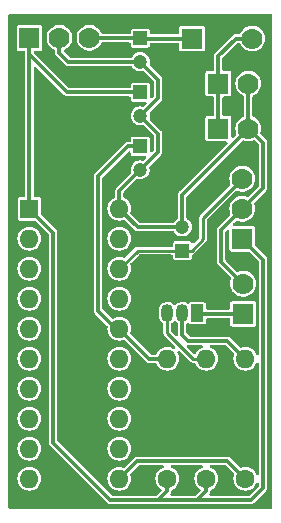
<source format=gbr>
%TF.GenerationSoftware,KiCad,Pcbnew,7.0.9*%
%TF.CreationDate,2025-01-23T13:38:17+01:00*%
%TF.ProjectId,shake,7368616b-652e-46b6-9963-61645f706362,rev?*%
%TF.SameCoordinates,Original*%
%TF.FileFunction,Copper,L2,Bot*%
%TF.FilePolarity,Positive*%
%FSLAX46Y46*%
G04 Gerber Fmt 4.6, Leading zero omitted, Abs format (unit mm)*
G04 Created by KiCad (PCBNEW 7.0.9) date 2025-01-23 13:38:17*
%MOMM*%
%LPD*%
G01*
G04 APERTURE LIST*
%TA.AperFunction,ComponentPad*%
%ADD10R,1.200000X1.200000*%
%TD*%
%TA.AperFunction,ComponentPad*%
%ADD11C,1.200000*%
%TD*%
%TA.AperFunction,ComponentPad*%
%ADD12R,1.778000X1.778000*%
%TD*%
%TA.AperFunction,ComponentPad*%
%ADD13C,1.778000*%
%TD*%
%TA.AperFunction,ComponentPad*%
%ADD14C,1.600000*%
%TD*%
%TA.AperFunction,ComponentPad*%
%ADD15O,1.600000X1.600000*%
%TD*%
%TA.AperFunction,ComponentPad*%
%ADD16R,1.050000X1.500000*%
%TD*%
%TA.AperFunction,ComponentPad*%
%ADD17O,1.050000X1.500000*%
%TD*%
%TA.AperFunction,ComponentPad*%
%ADD18R,1.600000X1.600000*%
%TD*%
%TA.AperFunction,Conductor*%
%ADD19C,0.300000*%
%TD*%
%TA.AperFunction,Conductor*%
%ADD20C,0.250000*%
%TD*%
G04 APERTURE END LIST*
D10*
%TO.P,C3,1*%
%TO.N,reset*%
X64496000Y-62014401D03*
D11*
%TO.P,C3,2*%
%TO.N,GND*%
X64496000Y-64014401D03*
%TD*%
D12*
%TO.P,BAT,1*%
%TO.N,+3.7V*%
X71110000Y-56700500D03*
D13*
%TO.P,BAT,2*%
%TO.N,GND*%
X73650000Y-56700500D03*
%TD*%
D10*
%TO.P,C4,1*%
%TO.N,sensor*%
X68062000Y-70845000D03*
D11*
%TO.P,C4,2*%
%TO.N,GND*%
X68062000Y-68845000D03*
%TD*%
D14*
%TO.P,R3,1*%
%TO.N,led*%
X73396000Y-90165000D03*
D15*
%TO.P,R3,2*%
%TO.N,T1base*%
X73396000Y-80005000D03*
%TD*%
D10*
%TO.P,C1,1*%
%TO.N,+3.7V*%
X64506000Y-52859000D03*
D11*
%TO.P,C1,2*%
%TO.N,GND*%
X64506000Y-54859000D03*
%TD*%
D12*
%TO.P,LED,1*%
%TO.N,LedVcc*%
X73205500Y-76195000D03*
D13*
%TO.P,LED,2*%
%TO.N,GND*%
X73205500Y-73655000D03*
%TD*%
D16*
%TO.P,T1,1*%
%TO.N,LedVcc*%
X69332000Y-76137000D03*
D17*
%TO.P,T1,2*%
%TO.N,T1base*%
X68062000Y-76137000D03*
%TO.P,T1,3*%
%TO.N,T1VCC*%
X66792000Y-76137000D03*
%TD*%
D12*
%TO.P,CHRG,1*%
%TO.N,+3.7V*%
X71110000Y-60510500D03*
D13*
%TO.P,CHRG,2*%
%TO.N,GND*%
X73650000Y-60510500D03*
%TD*%
D14*
%TO.P,R1,1*%
%TO.N,+5V*%
X66792000Y-90165000D03*
D15*
%TO.P,R1,2*%
%TO.N,reset*%
X66792000Y-80005000D03*
%TD*%
D12*
%TO.P,SNSR,1*%
%TO.N,+5V*%
X73142000Y-69845000D03*
D13*
%TO.P,SNSR,2*%
%TO.N,GND*%
X73142000Y-67305000D03*
%TO.P,SNSR,3*%
%TO.N,sensor*%
X73142000Y-64765000D03*
%TD*%
D10*
%TO.P,C2,1*%
%TO.N,+5V*%
X64506000Y-57442401D03*
D11*
%TO.P,C2,2*%
%TO.N,GND*%
X64506000Y-59442401D03*
%TD*%
D12*
%TO.P,BST,1*%
%TO.N,+5V*%
X55118000Y-52832000D03*
D13*
%TO.P,BST,2*%
%TO.N,GND*%
X57658000Y-52832000D03*
%TO.P,BST,3*%
%TO.N,+3.7V*%
X60198000Y-52832000D03*
%TD*%
D18*
%TO.P,MSP430,1*%
%TO.N,+5V*%
X55108000Y-67305000D03*
D15*
%TO.P,MSP430,2*%
%TO.N,N/C*%
X55108000Y-69845000D03*
%TO.P,MSP430,3*%
X55108000Y-72385000D03*
%TO.P,MSP430,4*%
X55108000Y-74925000D03*
%TO.P,MSP430,5*%
X55108000Y-77465000D03*
%TO.P,MSP430,6*%
X55108000Y-80005000D03*
%TO.P,MSP430,7*%
X55108000Y-82545000D03*
%TO.P,MSP430,8*%
X55108000Y-85085000D03*
%TO.P,MSP430,9*%
X55108000Y-87625000D03*
%TO.P,MSP430,10*%
X55108000Y-90165000D03*
%TO.P,MSP430,11*%
%TO.N,led*%
X62728000Y-90165000D03*
%TO.P,MSP430,12*%
%TO.N,N/C*%
X62728000Y-87625000D03*
%TO.P,MSP430,13*%
X62728000Y-85085000D03*
%TO.P,MSP430,14*%
X62728000Y-82545000D03*
%TO.P,MSP430,15*%
X62728000Y-80005000D03*
%TO.P,MSP430,16*%
%TO.N,reset*%
X62728000Y-77465000D03*
%TO.P,MSP430,17*%
%TO.N,N/C*%
X62728000Y-74925000D03*
%TO.P,MSP430,18*%
%TO.N,sensor*%
X62728000Y-72385000D03*
%TO.P,MSP430,19*%
%TO.N,N/C*%
X62728000Y-69845000D03*
%TO.P,MSP430,20*%
%TO.N,GND*%
X62728000Y-67305000D03*
%TD*%
D12*
%TO.P,SW,1*%
%TO.N,+3.7V*%
X68887500Y-52890500D03*
D13*
%TO.P,SW,2*%
X73967500Y-52890500D03*
%TD*%
D14*
%TO.P,R2,1*%
%TO.N,+5V*%
X70094000Y-90165000D03*
D15*
%TO.P,R2,2*%
%TO.N,T1VCC*%
X70094000Y-80005000D03*
%TD*%
D19*
%TO.N,reset*%
X65268000Y-80005000D02*
X66538000Y-80005000D01*
X62728000Y-77465000D02*
X65268000Y-80005000D01*
X60950000Y-75941000D02*
X62474000Y-77465000D01*
X63446599Y-62014401D02*
X60950000Y-64511000D01*
X64496000Y-62014401D02*
X63446599Y-62014401D01*
X60950000Y-64511000D02*
X60950000Y-75941000D01*
%TO.N,+3.7V*%
X71110000Y-54351000D02*
X71110000Y-56700500D01*
X73967500Y-52890500D02*
X72570500Y-52890500D01*
X71110000Y-60510500D02*
X71110000Y-56700500D01*
X64506000Y-52859000D02*
X60225000Y-52859000D01*
X68887500Y-52890500D02*
X64537500Y-52890500D01*
X72570500Y-52890500D02*
X71110000Y-54351000D01*
%TO.N,GND*%
X64506000Y-59442401D02*
X66030000Y-60966401D01*
X73142000Y-67305000D02*
X74920000Y-65527000D01*
X57658000Y-54107000D02*
X58410000Y-54859000D01*
X62728000Y-65782401D02*
X64496000Y-64014401D01*
X71364000Y-69083000D02*
X73142000Y-67305000D01*
X62728000Y-67305000D02*
X62728000Y-65782401D01*
X62728000Y-67305000D02*
X64268000Y-68845000D01*
X74920000Y-61717000D02*
X73713500Y-60510500D01*
X66030000Y-57918401D02*
X64506000Y-59442401D01*
X57658000Y-52832000D02*
X57658000Y-54107000D01*
X73205500Y-73655000D02*
X71364000Y-71813500D01*
X64506000Y-54859000D02*
X66030000Y-56383000D01*
X64268000Y-68845000D02*
X68062000Y-68845000D01*
X66030000Y-56383000D02*
X66030000Y-57918401D01*
X71364000Y-71813500D02*
X71364000Y-69083000D01*
X66030000Y-60966401D02*
X66030000Y-62480401D01*
X73650000Y-60510500D02*
X73650000Y-56700500D01*
X66030000Y-62480401D02*
X64496000Y-64014401D01*
X68062000Y-66098500D02*
X73650000Y-60510500D01*
X58410000Y-54859000D02*
X64506000Y-54859000D01*
X68062000Y-68845000D02*
X68062000Y-66098500D01*
X74920000Y-65527000D02*
X74920000Y-61717000D01*
%TO.N,+5V*%
X55108000Y-59431000D02*
X55108000Y-67305000D01*
X58326401Y-57442401D02*
X55118000Y-54234000D01*
X55118000Y-52832000D02*
X55118000Y-67295000D01*
X55118000Y-67295000D02*
X55108000Y-67305000D01*
X73904000Y-91943000D02*
X61966000Y-91943000D01*
X69332000Y-91943000D02*
X68316000Y-91943000D01*
X66030000Y-91943000D02*
X65077500Y-91943000D01*
X64506000Y-57442401D02*
X58326401Y-57442401D01*
X57140000Y-87117000D02*
X57140000Y-69337000D01*
X66792000Y-90228500D02*
X66792000Y-91181000D01*
X57140000Y-69337000D02*
X55108000Y-67305000D01*
X74920000Y-90927000D02*
X73904000Y-91943000D01*
X61966000Y-91943000D02*
X57140000Y-87117000D01*
X66792000Y-91181000D02*
X66030000Y-91943000D01*
X55118000Y-54234000D02*
X55118000Y-52832000D01*
X55108000Y-60447000D02*
X55108000Y-67305000D01*
X70094000Y-90165000D02*
X70094000Y-91181000D01*
X73142000Y-69845000D02*
X74920000Y-71623000D01*
X74920000Y-71623000D02*
X74920000Y-90927000D01*
X70094000Y-91181000D02*
X69332000Y-91943000D01*
D20*
%TO.N,sensor*%
X73142000Y-64765000D02*
X69840000Y-68067000D01*
X68840000Y-70845000D02*
X68062000Y-70845000D01*
X69840000Y-69845000D02*
X68840000Y-70845000D01*
X69840000Y-68067000D02*
X69840000Y-69845000D01*
X68062000Y-70845000D02*
X64268000Y-70845000D01*
X64268000Y-70845000D02*
X62728000Y-72385000D01*
D19*
%TO.N,led*%
X62728000Y-90165000D02*
X64252000Y-88641000D01*
X64252000Y-88641000D02*
X71872000Y-88641000D01*
X71872000Y-88641000D02*
X73396000Y-90165000D01*
D20*
%TO.N,T1VCC*%
X68962630Y-80005000D02*
X66792000Y-77834370D01*
X70094000Y-80005000D02*
X68962630Y-80005000D01*
X66792000Y-77834370D02*
X66792000Y-76137000D01*
D19*
%TO.N,LedVcc*%
X73205500Y-76195000D02*
X69460000Y-76195000D01*
%TO.N,T1base*%
X71872000Y-78481000D02*
X73396000Y-80005000D01*
X68062000Y-76137000D02*
X68062000Y-77973000D01*
X68062000Y-77973000D02*
X68570000Y-78481000D01*
X68570000Y-78481000D02*
X71872000Y-78481000D01*
%TD*%
%TA.AperFunction,NonConductor*%
G36*
X75625039Y-50820185D02*
G01*
X75670794Y-50872989D01*
X75682000Y-50924500D01*
X75682000Y-92581000D01*
X75662315Y-92648039D01*
X75609511Y-92693794D01*
X75558000Y-92705000D01*
X53464500Y-92705000D01*
X53397461Y-92685315D01*
X53351706Y-92632511D01*
X53340500Y-92581000D01*
X53340500Y-90165000D01*
X54102659Y-90165000D01*
X54121975Y-90361129D01*
X54121976Y-90361132D01*
X54159433Y-90484612D01*
X54179188Y-90549733D01*
X54272086Y-90723532D01*
X54272090Y-90723539D01*
X54397116Y-90875883D01*
X54549460Y-91000909D01*
X54549467Y-91000913D01*
X54723266Y-91093811D01*
X54723269Y-91093811D01*
X54723273Y-91093814D01*
X54911868Y-91151024D01*
X55108000Y-91170341D01*
X55304132Y-91151024D01*
X55492727Y-91093814D01*
X55501534Y-91089107D01*
X55604717Y-91033954D01*
X55666538Y-91000910D01*
X55818883Y-90875883D01*
X55943910Y-90723538D01*
X56036814Y-90549727D01*
X56094024Y-90361132D01*
X56113341Y-90165000D01*
X56094024Y-89968868D01*
X56036814Y-89780273D01*
X56036811Y-89780269D01*
X56036811Y-89780266D01*
X55943913Y-89606467D01*
X55943909Y-89606460D01*
X55818883Y-89454116D01*
X55666539Y-89329090D01*
X55666532Y-89329086D01*
X55492733Y-89236188D01*
X55492727Y-89236186D01*
X55304132Y-89178976D01*
X55304129Y-89178975D01*
X55108000Y-89159659D01*
X54911870Y-89178975D01*
X54723266Y-89236188D01*
X54549467Y-89329086D01*
X54549460Y-89329090D01*
X54397116Y-89454116D01*
X54272090Y-89606460D01*
X54272086Y-89606467D01*
X54179188Y-89780266D01*
X54121975Y-89968870D01*
X54102659Y-90165000D01*
X53340500Y-90165000D01*
X53340500Y-87625000D01*
X54102659Y-87625000D01*
X54121975Y-87821129D01*
X54179188Y-88009733D01*
X54272086Y-88183532D01*
X54272090Y-88183539D01*
X54397116Y-88335883D01*
X54549460Y-88460909D01*
X54549467Y-88460913D01*
X54723266Y-88553811D01*
X54723269Y-88553811D01*
X54723273Y-88553814D01*
X54911868Y-88611024D01*
X55108000Y-88630341D01*
X55304132Y-88611024D01*
X55492727Y-88553814D01*
X55666538Y-88460910D01*
X55818883Y-88335883D01*
X55943910Y-88183538D01*
X56036814Y-88009727D01*
X56094024Y-87821132D01*
X56113341Y-87625000D01*
X56094024Y-87428868D01*
X56036814Y-87240273D01*
X56036811Y-87240269D01*
X56036811Y-87240266D01*
X55943913Y-87066467D01*
X55943909Y-87066460D01*
X55818883Y-86914116D01*
X55666539Y-86789090D01*
X55666532Y-86789086D01*
X55492733Y-86696188D01*
X55492727Y-86696186D01*
X55304132Y-86638976D01*
X55304129Y-86638975D01*
X55108000Y-86619659D01*
X54911870Y-86638975D01*
X54723266Y-86696188D01*
X54549467Y-86789086D01*
X54549460Y-86789090D01*
X54397116Y-86914116D01*
X54272090Y-87066460D01*
X54272086Y-87066467D01*
X54179188Y-87240266D01*
X54121975Y-87428870D01*
X54102659Y-87625000D01*
X53340500Y-87625000D01*
X53340500Y-85085000D01*
X54102659Y-85085000D01*
X54121975Y-85281129D01*
X54179188Y-85469733D01*
X54272086Y-85643532D01*
X54272090Y-85643539D01*
X54397116Y-85795883D01*
X54549460Y-85920909D01*
X54549467Y-85920913D01*
X54723266Y-86013811D01*
X54723269Y-86013811D01*
X54723273Y-86013814D01*
X54911868Y-86071024D01*
X55108000Y-86090341D01*
X55304132Y-86071024D01*
X55492727Y-86013814D01*
X55666538Y-85920910D01*
X55818883Y-85795883D01*
X55943910Y-85643538D01*
X56036814Y-85469727D01*
X56094024Y-85281132D01*
X56113341Y-85085000D01*
X56094024Y-84888868D01*
X56036814Y-84700273D01*
X56036811Y-84700269D01*
X56036811Y-84700266D01*
X55943913Y-84526467D01*
X55943909Y-84526460D01*
X55818883Y-84374116D01*
X55666539Y-84249090D01*
X55666532Y-84249086D01*
X55492733Y-84156188D01*
X55492727Y-84156186D01*
X55304132Y-84098976D01*
X55304129Y-84098975D01*
X55108000Y-84079659D01*
X54911870Y-84098975D01*
X54723266Y-84156188D01*
X54549467Y-84249086D01*
X54549460Y-84249090D01*
X54397116Y-84374116D01*
X54272090Y-84526460D01*
X54272086Y-84526467D01*
X54179188Y-84700266D01*
X54121975Y-84888870D01*
X54102659Y-85085000D01*
X53340500Y-85085000D01*
X53340500Y-82545000D01*
X54102659Y-82545000D01*
X54121975Y-82741129D01*
X54179188Y-82929733D01*
X54272086Y-83103532D01*
X54272090Y-83103539D01*
X54397116Y-83255883D01*
X54549460Y-83380909D01*
X54549467Y-83380913D01*
X54723266Y-83473811D01*
X54723269Y-83473811D01*
X54723273Y-83473814D01*
X54911868Y-83531024D01*
X55108000Y-83550341D01*
X55304132Y-83531024D01*
X55492727Y-83473814D01*
X55666538Y-83380910D01*
X55818883Y-83255883D01*
X55943910Y-83103538D01*
X56036814Y-82929727D01*
X56094024Y-82741132D01*
X56113341Y-82545000D01*
X56094024Y-82348868D01*
X56036814Y-82160273D01*
X56036811Y-82160269D01*
X56036811Y-82160266D01*
X55943913Y-81986467D01*
X55943909Y-81986460D01*
X55818883Y-81834116D01*
X55666539Y-81709090D01*
X55666532Y-81709086D01*
X55492733Y-81616188D01*
X55492727Y-81616186D01*
X55304132Y-81558976D01*
X55304129Y-81558975D01*
X55108000Y-81539659D01*
X54911870Y-81558975D01*
X54723266Y-81616188D01*
X54549467Y-81709086D01*
X54549460Y-81709090D01*
X54397116Y-81834116D01*
X54272090Y-81986460D01*
X54272086Y-81986467D01*
X54179188Y-82160266D01*
X54121975Y-82348870D01*
X54102659Y-82545000D01*
X53340500Y-82545000D01*
X53340500Y-80005000D01*
X54102659Y-80005000D01*
X54121975Y-80201129D01*
X54121976Y-80201132D01*
X54169445Y-80357617D01*
X54179188Y-80389733D01*
X54272086Y-80563532D01*
X54272090Y-80563539D01*
X54397116Y-80715883D01*
X54549460Y-80840909D01*
X54549467Y-80840913D01*
X54723266Y-80933811D01*
X54723269Y-80933811D01*
X54723273Y-80933814D01*
X54911868Y-80991024D01*
X55108000Y-81010341D01*
X55304132Y-80991024D01*
X55492727Y-80933814D01*
X55666538Y-80840910D01*
X55818883Y-80715883D01*
X55943910Y-80563538D01*
X56036814Y-80389727D01*
X56094024Y-80201132D01*
X56113341Y-80005000D01*
X56094024Y-79808868D01*
X56036814Y-79620273D01*
X56036811Y-79620269D01*
X56036811Y-79620266D01*
X55943913Y-79446467D01*
X55943909Y-79446460D01*
X55818883Y-79294116D01*
X55666539Y-79169090D01*
X55666532Y-79169086D01*
X55492733Y-79076188D01*
X55492727Y-79076186D01*
X55304132Y-79018976D01*
X55304129Y-79018975D01*
X55108000Y-78999659D01*
X54911870Y-79018975D01*
X54723266Y-79076188D01*
X54549467Y-79169086D01*
X54549460Y-79169090D01*
X54397116Y-79294116D01*
X54272090Y-79446460D01*
X54272086Y-79446467D01*
X54179188Y-79620266D01*
X54121975Y-79808870D01*
X54102659Y-80005000D01*
X53340500Y-80005000D01*
X53340500Y-77465000D01*
X54102659Y-77465000D01*
X54121975Y-77661129D01*
X54121976Y-77661132D01*
X54171034Y-77822855D01*
X54179188Y-77849733D01*
X54272086Y-78023532D01*
X54272090Y-78023539D01*
X54397116Y-78175883D01*
X54549460Y-78300909D01*
X54549467Y-78300913D01*
X54723266Y-78393811D01*
X54723269Y-78393811D01*
X54723273Y-78393814D01*
X54911868Y-78451024D01*
X55108000Y-78470341D01*
X55304132Y-78451024D01*
X55492727Y-78393814D01*
X55666538Y-78300910D01*
X55818883Y-78175883D01*
X55943910Y-78023538D01*
X56036814Y-77849727D01*
X56094024Y-77661132D01*
X56113341Y-77465000D01*
X56094024Y-77268868D01*
X56036814Y-77080273D01*
X56036811Y-77080269D01*
X56036811Y-77080266D01*
X55943913Y-76906467D01*
X55943909Y-76906460D01*
X55818883Y-76754116D01*
X55666539Y-76629090D01*
X55666532Y-76629086D01*
X55492733Y-76536188D01*
X55492727Y-76536186D01*
X55304132Y-76478976D01*
X55304129Y-76478975D01*
X55108000Y-76459659D01*
X54911870Y-76478975D01*
X54723266Y-76536188D01*
X54549467Y-76629086D01*
X54549460Y-76629090D01*
X54397116Y-76754116D01*
X54272090Y-76906460D01*
X54272086Y-76906467D01*
X54179188Y-77080266D01*
X54121975Y-77268870D01*
X54102659Y-77465000D01*
X53340500Y-77465000D01*
X53340500Y-74925000D01*
X54102659Y-74925000D01*
X54121975Y-75121129D01*
X54121976Y-75121132D01*
X54178895Y-75308769D01*
X54179188Y-75309733D01*
X54272086Y-75483532D01*
X54272090Y-75483539D01*
X54397116Y-75635883D01*
X54549460Y-75760909D01*
X54549467Y-75760913D01*
X54723266Y-75853811D01*
X54723269Y-75853811D01*
X54723273Y-75853814D01*
X54911868Y-75911024D01*
X55108000Y-75930341D01*
X55304132Y-75911024D01*
X55492727Y-75853814D01*
X55510153Y-75844500D01*
X55616719Y-75787539D01*
X55666538Y-75760910D01*
X55818883Y-75635883D01*
X55943910Y-75483538D01*
X56036814Y-75309727D01*
X56094024Y-75121132D01*
X56113341Y-74925000D01*
X56094024Y-74728868D01*
X56036814Y-74540273D01*
X56036811Y-74540269D01*
X56036811Y-74540266D01*
X55943913Y-74366467D01*
X55943909Y-74366460D01*
X55818883Y-74214116D01*
X55666539Y-74089090D01*
X55666532Y-74089086D01*
X55492733Y-73996188D01*
X55492727Y-73996186D01*
X55304132Y-73938976D01*
X55304129Y-73938975D01*
X55108000Y-73919659D01*
X54911870Y-73938975D01*
X54723266Y-73996188D01*
X54549467Y-74089086D01*
X54549460Y-74089090D01*
X54397116Y-74214116D01*
X54272090Y-74366460D01*
X54272086Y-74366467D01*
X54179188Y-74540266D01*
X54121975Y-74728870D01*
X54102659Y-74925000D01*
X53340500Y-74925000D01*
X53340500Y-72385000D01*
X54102659Y-72385000D01*
X54121975Y-72581129D01*
X54179188Y-72769733D01*
X54272086Y-72943532D01*
X54272090Y-72943539D01*
X54397116Y-73095883D01*
X54549460Y-73220909D01*
X54549467Y-73220913D01*
X54723266Y-73313811D01*
X54723269Y-73313811D01*
X54723273Y-73313814D01*
X54911868Y-73371024D01*
X55108000Y-73390341D01*
X55304132Y-73371024D01*
X55492727Y-73313814D01*
X55666538Y-73220910D01*
X55818883Y-73095883D01*
X55943910Y-72943538D01*
X56036814Y-72769727D01*
X56094024Y-72581132D01*
X56113341Y-72385000D01*
X56094024Y-72188868D01*
X56036814Y-72000273D01*
X56036811Y-72000269D01*
X56036811Y-72000266D01*
X55943913Y-71826467D01*
X55943909Y-71826460D01*
X55818883Y-71674116D01*
X55666539Y-71549090D01*
X55666532Y-71549086D01*
X55492733Y-71456188D01*
X55492727Y-71456186D01*
X55344656Y-71411269D01*
X55304129Y-71398975D01*
X55108000Y-71379659D01*
X54911870Y-71398975D01*
X54723266Y-71456188D01*
X54549467Y-71549086D01*
X54549460Y-71549090D01*
X54397116Y-71674116D01*
X54272090Y-71826460D01*
X54272086Y-71826467D01*
X54179188Y-72000266D01*
X54121975Y-72188870D01*
X54102659Y-72385000D01*
X53340500Y-72385000D01*
X53340500Y-69845000D01*
X54102659Y-69845000D01*
X54121975Y-70041129D01*
X54134820Y-70083474D01*
X54173972Y-70212540D01*
X54179188Y-70229733D01*
X54272086Y-70403532D01*
X54272090Y-70403539D01*
X54397116Y-70555883D01*
X54549460Y-70680909D01*
X54549467Y-70680913D01*
X54723266Y-70773811D01*
X54723269Y-70773811D01*
X54723273Y-70773814D01*
X54911868Y-70831024D01*
X55108000Y-70850341D01*
X55304132Y-70831024D01*
X55492727Y-70773814D01*
X55530261Y-70753752D01*
X55666532Y-70680913D01*
X55666538Y-70680910D01*
X55818883Y-70555883D01*
X55943910Y-70403538D01*
X56036814Y-70229727D01*
X56094024Y-70041132D01*
X56113341Y-69845000D01*
X56094024Y-69648868D01*
X56036814Y-69460273D01*
X56036811Y-69460269D01*
X56036811Y-69460266D01*
X55943913Y-69286467D01*
X55943907Y-69286458D01*
X55818883Y-69134116D01*
X55666539Y-69009090D01*
X55666532Y-69009086D01*
X55492733Y-68916188D01*
X55492727Y-68916186D01*
X55304132Y-68858976D01*
X55304129Y-68858975D01*
X55108000Y-68839659D01*
X54911870Y-68858975D01*
X54723266Y-68916188D01*
X54549467Y-69009086D01*
X54549460Y-69009090D01*
X54397116Y-69134116D01*
X54272093Y-69286458D01*
X54272086Y-69286467D01*
X54179188Y-69460266D01*
X54121975Y-69648870D01*
X54102659Y-69845000D01*
X53340500Y-69845000D01*
X53340500Y-53740752D01*
X54028500Y-53740752D01*
X54040131Y-53799229D01*
X54040132Y-53799230D01*
X54084447Y-53865552D01*
X54150769Y-53909867D01*
X54150770Y-53909868D01*
X54209247Y-53921499D01*
X54209250Y-53921500D01*
X54209252Y-53921500D01*
X54643500Y-53921500D01*
X54710539Y-53941185D01*
X54756294Y-53993989D01*
X54767500Y-54045500D01*
X54767500Y-54184788D01*
X54764861Y-54210232D01*
X54762957Y-54219311D01*
X54762957Y-54219317D01*
X54767023Y-54251937D01*
X54767500Y-54259614D01*
X54767500Y-59322690D01*
X54760781Y-59362954D01*
X54757500Y-59372510D01*
X54757500Y-66180500D01*
X54737815Y-66247539D01*
X54685011Y-66293294D01*
X54633500Y-66304500D01*
X54288247Y-66304500D01*
X54229770Y-66316131D01*
X54229769Y-66316132D01*
X54163447Y-66360447D01*
X54119132Y-66426769D01*
X54119131Y-66426770D01*
X54107500Y-66485247D01*
X54107500Y-68124752D01*
X54119131Y-68183229D01*
X54119132Y-68183230D01*
X54163447Y-68249552D01*
X54229769Y-68293867D01*
X54229770Y-68293868D01*
X54288247Y-68305499D01*
X54288250Y-68305500D01*
X54288252Y-68305500D01*
X55561456Y-68305500D01*
X55628495Y-68325185D01*
X55649137Y-68341819D01*
X56753181Y-69445863D01*
X56786666Y-69507186D01*
X56789500Y-69533544D01*
X56789500Y-87067788D01*
X56786861Y-87093232D01*
X56784957Y-87102311D01*
X56784957Y-87102317D01*
X56789023Y-87134937D01*
X56789500Y-87142614D01*
X56789500Y-87146038D01*
X56793087Y-87167541D01*
X56799427Y-87218393D01*
X56801520Y-87225426D01*
X56803908Y-87232381D01*
X56828295Y-87277444D01*
X56850801Y-87323483D01*
X56855065Y-87329455D01*
X56859580Y-87335256D01*
X56897275Y-87369958D01*
X61683362Y-92156044D01*
X61699489Y-92175902D01*
X61704563Y-92183669D01*
X61704565Y-92183671D01*
X61730505Y-92203860D01*
X61736268Y-92208950D01*
X61738694Y-92211376D01*
X61756441Y-92224047D01*
X61796874Y-92255517D01*
X61796875Y-92255517D01*
X61796876Y-92255518D01*
X61803318Y-92259004D01*
X61809931Y-92262238D01*
X61809934Y-92262240D01*
X61821201Y-92265594D01*
X61859045Y-92276862D01*
X61907506Y-92293498D01*
X61907512Y-92293500D01*
X61907518Y-92293500D01*
X61914768Y-92294710D01*
X61922046Y-92295617D01*
X61973242Y-92293500D01*
X65019012Y-92293500D01*
X65980789Y-92293500D01*
X66006234Y-92296138D01*
X66015315Y-92298043D01*
X66031005Y-92296087D01*
X66047939Y-92293977D01*
X66055615Y-92293500D01*
X66059040Y-92293500D01*
X68257512Y-92293500D01*
X69282789Y-92293500D01*
X69308234Y-92296138D01*
X69317315Y-92298043D01*
X69333005Y-92296087D01*
X69349939Y-92293977D01*
X69357615Y-92293500D01*
X69361040Y-92293500D01*
X73854789Y-92293500D01*
X73880234Y-92296138D01*
X73889315Y-92298043D01*
X73905005Y-92296087D01*
X73921939Y-92293977D01*
X73929615Y-92293500D01*
X73933035Y-92293500D01*
X73933040Y-92293500D01*
X73936608Y-92292904D01*
X73954539Y-92289913D01*
X73981958Y-92286494D01*
X74005393Y-92283573D01*
X74005402Y-92283568D01*
X74012451Y-92281470D01*
X74019377Y-92279092D01*
X74019381Y-92279092D01*
X74064444Y-92254704D01*
X74110484Y-92232198D01*
X74110487Y-92232194D01*
X74116453Y-92227935D01*
X74122254Y-92223419D01*
X74122258Y-92223418D01*
X74156957Y-92185724D01*
X75133046Y-91209634D01*
X75152902Y-91193511D01*
X75160669Y-91188437D01*
X75180873Y-91162477D01*
X75185941Y-91156739D01*
X75188375Y-91154307D01*
X75201044Y-91136561D01*
X75232517Y-91096126D01*
X75232518Y-91096120D01*
X75236017Y-91089655D01*
X75239235Y-91083072D01*
X75239240Y-91083066D01*
X75253861Y-91033954D01*
X75270500Y-90985488D01*
X75270500Y-90985479D01*
X75271706Y-90978256D01*
X75272617Y-90970952D01*
X75270500Y-90919768D01*
X75270500Y-71672211D01*
X75273139Y-71646764D01*
X75273404Y-71645499D01*
X75275043Y-71637685D01*
X75272459Y-71616956D01*
X75270977Y-71605061D01*
X75270500Y-71597385D01*
X75270500Y-71593960D01*
X75266912Y-71572458D01*
X75260775Y-71523231D01*
X75260573Y-71521607D01*
X75260571Y-71521603D01*
X75258502Y-71514653D01*
X75258470Y-71514559D01*
X75258446Y-71514478D01*
X75256092Y-71507622D01*
X75256092Y-71507619D01*
X75231702Y-71462550D01*
X75209198Y-71416517D01*
X75209197Y-71416516D01*
X75209197Y-71416515D01*
X75204926Y-71410534D01*
X75200417Y-71404741D01*
X75162712Y-71370030D01*
X74267819Y-70475137D01*
X74234334Y-70413814D01*
X74231500Y-70387456D01*
X74231500Y-68936249D01*
X74231499Y-68936247D01*
X74219868Y-68877770D01*
X74219867Y-68877769D01*
X74175552Y-68811447D01*
X74109230Y-68767132D01*
X74109229Y-68767131D01*
X74050752Y-68755500D01*
X74050748Y-68755500D01*
X72486543Y-68755500D01*
X72419504Y-68735815D01*
X72373749Y-68683011D01*
X72363805Y-68613853D01*
X72392830Y-68550297D01*
X72398862Y-68543819D01*
X72484500Y-68458181D01*
X72599991Y-68342689D01*
X72661312Y-68309206D01*
X72731003Y-68314190D01*
X72732450Y-68314739D01*
X72842567Y-68357399D01*
X73041043Y-68394500D01*
X73041046Y-68394500D01*
X73242954Y-68394500D01*
X73242957Y-68394500D01*
X73441433Y-68357399D01*
X73629713Y-68284459D01*
X73801384Y-68178165D01*
X73950600Y-68042136D01*
X74072280Y-67881005D01*
X74133303Y-67758455D01*
X74162280Y-67700262D01*
X74162281Y-67700259D01*
X74217538Y-67506053D01*
X74236168Y-67305000D01*
X74217538Y-67103947D01*
X74162281Y-66909741D01*
X74159054Y-66903261D01*
X74146792Y-66834478D01*
X74173664Y-66769982D01*
X74182363Y-66760317D01*
X75133046Y-65809634D01*
X75152902Y-65793511D01*
X75160669Y-65788437D01*
X75180873Y-65762477D01*
X75185941Y-65756739D01*
X75188376Y-65754306D01*
X75192162Y-65749002D01*
X75201048Y-65736558D01*
X75232513Y-65696131D01*
X75232512Y-65696131D01*
X75232517Y-65696126D01*
X75232519Y-65696119D01*
X75235982Y-65689718D01*
X75236021Y-65689640D01*
X75236063Y-65689561D01*
X75239235Y-65683072D01*
X75239240Y-65683066D01*
X75252607Y-65638166D01*
X75253861Y-65633955D01*
X75260961Y-65613273D01*
X75270500Y-65585488D01*
X75270500Y-65585479D01*
X75271706Y-65578258D01*
X75272617Y-65570951D01*
X75270500Y-65519758D01*
X75270500Y-61766211D01*
X75273139Y-61740764D01*
X75275043Y-61731685D01*
X75273270Y-61717463D01*
X75270977Y-61699061D01*
X75270500Y-61691385D01*
X75270500Y-61687960D01*
X75266912Y-61666458D01*
X75261081Y-61619685D01*
X75260573Y-61615607D01*
X75260571Y-61615603D01*
X75258502Y-61608653D01*
X75258470Y-61608559D01*
X75258446Y-61608478D01*
X75256092Y-61601622D01*
X75256092Y-61601619D01*
X75231702Y-61556550D01*
X75209198Y-61510517D01*
X75209197Y-61510516D01*
X75209197Y-61510515D01*
X75204926Y-61504534D01*
X75200417Y-61498741D01*
X75162712Y-61464030D01*
X74707224Y-61008542D01*
X74673739Y-60947219D01*
X74675638Y-60886928D01*
X74725538Y-60711553D01*
X74744168Y-60510500D01*
X74725538Y-60309447D01*
X74700461Y-60221313D01*
X74670280Y-60115237D01*
X74585343Y-59944663D01*
X74580280Y-59934495D01*
X74458600Y-59773364D01*
X74458597Y-59773361D01*
X74458593Y-59773357D01*
X74309384Y-59637335D01*
X74309382Y-59637333D01*
X74137716Y-59531042D01*
X74137710Y-59531039D01*
X74090923Y-59512914D01*
X74079705Y-59508568D01*
X74024305Y-59465996D01*
X74000714Y-59400229D01*
X74000500Y-59392942D01*
X74000500Y-57818057D01*
X74020185Y-57751018D01*
X74072989Y-57705263D01*
X74079695Y-57702434D01*
X74137713Y-57679959D01*
X74309384Y-57573665D01*
X74458600Y-57437636D01*
X74580280Y-57276505D01*
X74670281Y-57095759D01*
X74725538Y-56901553D01*
X74744168Y-56700500D01*
X74725538Y-56499447D01*
X74696583Y-56397683D01*
X74670280Y-56305237D01*
X74600321Y-56164743D01*
X74580280Y-56124495D01*
X74458600Y-55963364D01*
X74458597Y-55963361D01*
X74458593Y-55963357D01*
X74309384Y-55827335D01*
X74309382Y-55827333D01*
X74137716Y-55721042D01*
X74137710Y-55721039D01*
X73949436Y-55648102D01*
X73949435Y-55648101D01*
X73949433Y-55648101D01*
X73750957Y-55611000D01*
X73549043Y-55611000D01*
X73350567Y-55648101D01*
X73350565Y-55648101D01*
X73350563Y-55648102D01*
X73162289Y-55721039D01*
X73162283Y-55721042D01*
X72990617Y-55827333D01*
X72990615Y-55827335D01*
X72841406Y-55963357D01*
X72841402Y-55963361D01*
X72719720Y-56124494D01*
X72629719Y-56305237D01*
X72574461Y-56499447D01*
X72555832Y-56700499D01*
X72555832Y-56700500D01*
X72574461Y-56901552D01*
X72629719Y-57095762D01*
X72719720Y-57276505D01*
X72841402Y-57437638D01*
X72841406Y-57437642D01*
X72990615Y-57573664D01*
X72990617Y-57573666D01*
X73048088Y-57609250D01*
X73162287Y-57679959D01*
X73220294Y-57702430D01*
X73275695Y-57745002D01*
X73299286Y-57810769D01*
X73299500Y-57818057D01*
X73299500Y-59392942D01*
X73279815Y-59459981D01*
X73227011Y-59505736D01*
X73220299Y-59508566D01*
X73212123Y-59511734D01*
X73162289Y-59531039D01*
X73162283Y-59531042D01*
X72990617Y-59637333D01*
X72990615Y-59637335D01*
X72841406Y-59773357D01*
X72841402Y-59773361D01*
X72719720Y-59934494D01*
X72629719Y-60115237D01*
X72574461Y-60309447D01*
X72555832Y-60510499D01*
X72555832Y-60510500D01*
X72574461Y-60711552D01*
X72616160Y-60858105D01*
X72624360Y-60886926D01*
X72629720Y-60905762D01*
X72629722Y-60905768D01*
X72632948Y-60912247D01*
X72645204Y-60981033D01*
X72618326Y-61045526D01*
X72609625Y-61055191D01*
X72411181Y-61253636D01*
X72349858Y-61287121D01*
X72280167Y-61282137D01*
X72224233Y-61240266D01*
X72199816Y-61174801D01*
X72199500Y-61165955D01*
X72199500Y-59601749D01*
X72199499Y-59601747D01*
X72187868Y-59543270D01*
X72187867Y-59543269D01*
X72143552Y-59476947D01*
X72077230Y-59432632D01*
X72077229Y-59432631D01*
X72018752Y-59421000D01*
X72018748Y-59421000D01*
X71584500Y-59421000D01*
X71517461Y-59401315D01*
X71471706Y-59348511D01*
X71460500Y-59297000D01*
X71460500Y-57914000D01*
X71480185Y-57846961D01*
X71532989Y-57801206D01*
X71584500Y-57790000D01*
X72018750Y-57790000D01*
X72018751Y-57789999D01*
X72033568Y-57787052D01*
X72077229Y-57778368D01*
X72077229Y-57778367D01*
X72077231Y-57778367D01*
X72143552Y-57734052D01*
X72187867Y-57667731D01*
X72187867Y-57667729D01*
X72187868Y-57667729D01*
X72199499Y-57609252D01*
X72199500Y-57609250D01*
X72199500Y-55791749D01*
X72199499Y-55791747D01*
X72187868Y-55733270D01*
X72187867Y-55733269D01*
X72143552Y-55666947D01*
X72077230Y-55622632D01*
X72077229Y-55622631D01*
X72018752Y-55611000D01*
X72018748Y-55611000D01*
X71584500Y-55611000D01*
X71517461Y-55591315D01*
X71471706Y-55538511D01*
X71460500Y-55487000D01*
X71460500Y-54547543D01*
X71480185Y-54480504D01*
X71496819Y-54459862D01*
X72679362Y-53277319D01*
X72740685Y-53243834D01*
X72767043Y-53241000D01*
X72848154Y-53241000D01*
X72915193Y-53260685D01*
X72959154Y-53309728D01*
X73037220Y-53466505D01*
X73046468Y-53478752D01*
X73158902Y-53627638D01*
X73158906Y-53627642D01*
X73308115Y-53763664D01*
X73308117Y-53763666D01*
X73479783Y-53869957D01*
X73479789Y-53869960D01*
X73496676Y-53876502D01*
X73668067Y-53942899D01*
X73866543Y-53980000D01*
X73866546Y-53980000D01*
X74068454Y-53980000D01*
X74068457Y-53980000D01*
X74266933Y-53942899D01*
X74455213Y-53869959D01*
X74626884Y-53763665D01*
X74776100Y-53627636D01*
X74897780Y-53466505D01*
X74975846Y-53309728D01*
X74987780Y-53285762D01*
X75043038Y-53091552D01*
X75061668Y-52890500D01*
X75061668Y-52890499D01*
X75043038Y-52689447D01*
X74987780Y-52495237D01*
X74928027Y-52375239D01*
X74897780Y-52314495D01*
X74776100Y-52153364D01*
X74776097Y-52153361D01*
X74776093Y-52153357D01*
X74626884Y-52017335D01*
X74626882Y-52017333D01*
X74455216Y-51911042D01*
X74455210Y-51911039D01*
X74266936Y-51838102D01*
X74266935Y-51838101D01*
X74266933Y-51838101D01*
X74068457Y-51801000D01*
X73866543Y-51801000D01*
X73668067Y-51838101D01*
X73668065Y-51838101D01*
X73668063Y-51838102D01*
X73479789Y-51911039D01*
X73479783Y-51911042D01*
X73308117Y-52017333D01*
X73308115Y-52017335D01*
X73158906Y-52153357D01*
X73158902Y-52153361D01*
X73037220Y-52314494D01*
X72959154Y-52471272D01*
X72911651Y-52522509D01*
X72848154Y-52540000D01*
X72619711Y-52540000D01*
X72594265Y-52537361D01*
X72585185Y-52535457D01*
X72585184Y-52535457D01*
X72585182Y-52535457D01*
X72552561Y-52539523D01*
X72544885Y-52540000D01*
X72541460Y-52540000D01*
X72519957Y-52543587D01*
X72469108Y-52549926D01*
X72462070Y-52552021D01*
X72455122Y-52554406D01*
X72410055Y-52578795D01*
X72364012Y-52601303D01*
X72358066Y-52605548D01*
X72352242Y-52610081D01*
X72317542Y-52647775D01*
X70896955Y-54068361D01*
X70877106Y-54084482D01*
X70869331Y-54089562D01*
X70849143Y-54115498D01*
X70844067Y-54121248D01*
X70841634Y-54123681D01*
X70841623Y-54123694D01*
X70828954Y-54141438D01*
X70797483Y-54181872D01*
X70793975Y-54188353D01*
X70790760Y-54194932D01*
X70776138Y-54244045D01*
X70759498Y-54292516D01*
X70758294Y-54299733D01*
X70757382Y-54307046D01*
X70759500Y-54358230D01*
X70759500Y-55487000D01*
X70739815Y-55554039D01*
X70687011Y-55599794D01*
X70635500Y-55611000D01*
X70201247Y-55611000D01*
X70142770Y-55622631D01*
X70142769Y-55622632D01*
X70076447Y-55666947D01*
X70032132Y-55733269D01*
X70032131Y-55733270D01*
X70020500Y-55791747D01*
X70020500Y-57609252D01*
X70032131Y-57667729D01*
X70032132Y-57667730D01*
X70076447Y-57734052D01*
X70142769Y-57778367D01*
X70142770Y-57778368D01*
X70201247Y-57789999D01*
X70201250Y-57790000D01*
X70201252Y-57790000D01*
X70635500Y-57790000D01*
X70702539Y-57809685D01*
X70748294Y-57862489D01*
X70759500Y-57914000D01*
X70759500Y-59297000D01*
X70739815Y-59364039D01*
X70687011Y-59409794D01*
X70635500Y-59421000D01*
X70201247Y-59421000D01*
X70142770Y-59432631D01*
X70142769Y-59432632D01*
X70076447Y-59476947D01*
X70032132Y-59543269D01*
X70032131Y-59543270D01*
X70020500Y-59601747D01*
X70020500Y-61419252D01*
X70032131Y-61477729D01*
X70032132Y-61477730D01*
X70076447Y-61544052D01*
X70142769Y-61588367D01*
X70142770Y-61588368D01*
X70201247Y-61599999D01*
X70201250Y-61600000D01*
X71765455Y-61600000D01*
X71832494Y-61619685D01*
X71878249Y-61672489D01*
X71888193Y-61741647D01*
X71859168Y-61805203D01*
X71853136Y-61811681D01*
X67848955Y-65815861D01*
X67829106Y-65831982D01*
X67821331Y-65837062D01*
X67801143Y-65862998D01*
X67796067Y-65868748D01*
X67793634Y-65871181D01*
X67793623Y-65871194D01*
X67780954Y-65888938D01*
X67749483Y-65929372D01*
X67745975Y-65935853D01*
X67742760Y-65942432D01*
X67728138Y-65991545D01*
X67711498Y-66040016D01*
X67710294Y-66047233D01*
X67709382Y-66054546D01*
X67711500Y-66105730D01*
X67711500Y-68051292D01*
X67691815Y-68118331D01*
X67653473Y-68156285D01*
X67559741Y-68215181D01*
X67559739Y-68215182D01*
X67432184Y-68342737D01*
X67373287Y-68436472D01*
X67320952Y-68482763D01*
X67268293Y-68494500D01*
X64464544Y-68494500D01*
X64397505Y-68474815D01*
X64376863Y-68458181D01*
X63698102Y-67779420D01*
X63664617Y-67718097D01*
X63667123Y-67655743D01*
X63712531Y-67506053D01*
X63714024Y-67501132D01*
X63733341Y-67305000D01*
X63714024Y-67108868D01*
X63656814Y-66920273D01*
X63656811Y-66920269D01*
X63656811Y-66920266D01*
X63563913Y-66746467D01*
X63563909Y-66746460D01*
X63438883Y-66594116D01*
X63286539Y-66469090D01*
X63286532Y-66469086D01*
X63144047Y-66392926D01*
X63094203Y-66343964D01*
X63078500Y-66283568D01*
X63078500Y-65978944D01*
X63098185Y-65911905D01*
X63114814Y-65891267D01*
X64179846Y-64826235D01*
X64241167Y-64792752D01*
X64308477Y-64796875D01*
X64316745Y-64799769D01*
X64316748Y-64799769D01*
X64316750Y-64799770D01*
X64495996Y-64819966D01*
X64496000Y-64819966D01*
X64496004Y-64819966D01*
X64675249Y-64799770D01*
X64675252Y-64799769D01*
X64675255Y-64799769D01*
X64845522Y-64740190D01*
X64998262Y-64644217D01*
X65125816Y-64516663D01*
X65221789Y-64363923D01*
X65281368Y-64193656D01*
X65281893Y-64188995D01*
X65301565Y-64014404D01*
X65301565Y-64014397D01*
X65281369Y-63835151D01*
X65281368Y-63835149D01*
X65281368Y-63835146D01*
X65278474Y-63826878D01*
X65274914Y-63757101D01*
X65307834Y-63698247D01*
X66243046Y-62763035D01*
X66262902Y-62746912D01*
X66270669Y-62741838D01*
X66290873Y-62715878D01*
X66295941Y-62710140D01*
X66298376Y-62707707D01*
X66309139Y-62692632D01*
X66311048Y-62689959D01*
X66342513Y-62649532D01*
X66342512Y-62649532D01*
X66342517Y-62649527D01*
X66342519Y-62649520D01*
X66345982Y-62643119D01*
X66346021Y-62643041D01*
X66346058Y-62642971D01*
X66349233Y-62636475D01*
X66349240Y-62636467D01*
X66363860Y-62587357D01*
X66380500Y-62538889D01*
X66380500Y-62538885D01*
X66381692Y-62531742D01*
X66381701Y-62531672D01*
X66381714Y-62531594D01*
X66382617Y-62524351D01*
X66380500Y-62473158D01*
X66380500Y-61015607D01*
X66383139Y-60990161D01*
X66385042Y-60981086D01*
X66382782Y-60962962D01*
X66380977Y-60948469D01*
X66380500Y-60940792D01*
X66380500Y-60937364D01*
X66380498Y-60937351D01*
X66376910Y-60915850D01*
X66375653Y-60905768D01*
X66370573Y-60865008D01*
X66370572Y-60865005D01*
X66368518Y-60858105D01*
X66368475Y-60857980D01*
X66368437Y-60857854D01*
X66366092Y-60851019D01*
X66341704Y-60805956D01*
X66319199Y-60759919D01*
X66314919Y-60753925D01*
X66310419Y-60748144D01*
X66272724Y-60713442D01*
X65317836Y-59758555D01*
X65284351Y-59697232D01*
X65288477Y-59629915D01*
X65291368Y-59621656D01*
X65308907Y-59465996D01*
X65311565Y-59442404D01*
X65311565Y-59442397D01*
X65291369Y-59263151D01*
X65291368Y-59263149D01*
X65291368Y-59263146D01*
X65288474Y-59254878D01*
X65284914Y-59185101D01*
X65317834Y-59126247D01*
X66243046Y-58201035D01*
X66262902Y-58184912D01*
X66270669Y-58179838D01*
X66290873Y-58153878D01*
X66295941Y-58148140D01*
X66298375Y-58145708D01*
X66311044Y-58127963D01*
X66342517Y-58087527D01*
X66342518Y-58087521D01*
X66346017Y-58081057D01*
X66349235Y-58074472D01*
X66349239Y-58074468D01*
X66363858Y-58025363D01*
X66380500Y-57976889D01*
X66380500Y-57976882D01*
X66381706Y-57969657D01*
X66382617Y-57962353D01*
X66380500Y-57911171D01*
X66380500Y-56432206D01*
X66383139Y-56406760D01*
X66385042Y-56397685D01*
X66382782Y-56379561D01*
X66380977Y-56365068D01*
X66380500Y-56357391D01*
X66380500Y-56353963D01*
X66380498Y-56353950D01*
X66376910Y-56332449D01*
X66370573Y-56281607D01*
X66370572Y-56281604D01*
X66368518Y-56274704D01*
X66368475Y-56274579D01*
X66368437Y-56274453D01*
X66366092Y-56267618D01*
X66341704Y-56222555D01*
X66319199Y-56176518D01*
X66314919Y-56170524D01*
X66310419Y-56164743D01*
X66272724Y-56130041D01*
X65317836Y-55175154D01*
X65284351Y-55113831D01*
X65288477Y-55046514D01*
X65291368Y-55038255D01*
X65311565Y-54859000D01*
X65291368Y-54679745D01*
X65231789Y-54509478D01*
X65231174Y-54508500D01*
X65137839Y-54359958D01*
X65135816Y-54356738D01*
X65008262Y-54229184D01*
X64978100Y-54210232D01*
X64855523Y-54133211D01*
X64685254Y-54073631D01*
X64685249Y-54073630D01*
X64506004Y-54053435D01*
X64505996Y-54053435D01*
X64326750Y-54073630D01*
X64326745Y-54073631D01*
X64156476Y-54133211D01*
X64003737Y-54229184D01*
X63876184Y-54356737D01*
X63817287Y-54450472D01*
X63764952Y-54496763D01*
X63712293Y-54508500D01*
X58606543Y-54508500D01*
X58539504Y-54488815D01*
X58518862Y-54472181D01*
X58073002Y-54026320D01*
X58039517Y-53964997D01*
X58044501Y-53895305D01*
X58086373Y-53839372D01*
X58115891Y-53823012D01*
X58145705Y-53811462D01*
X58145704Y-53811462D01*
X58145713Y-53811459D01*
X58317384Y-53705165D01*
X58466600Y-53569136D01*
X58588280Y-53408005D01*
X58678281Y-53227259D01*
X58733538Y-53033053D01*
X58752168Y-52832000D01*
X59103832Y-52832000D01*
X59122461Y-53033052D01*
X59177719Y-53227262D01*
X59246306Y-53365000D01*
X59267720Y-53408005D01*
X59321145Y-53478752D01*
X59389402Y-53569138D01*
X59389406Y-53569142D01*
X59538615Y-53705164D01*
X59538617Y-53705166D01*
X59710283Y-53811457D01*
X59710289Y-53811460D01*
X59768291Y-53833930D01*
X59898567Y-53884399D01*
X60097043Y-53921500D01*
X60097046Y-53921500D01*
X60298954Y-53921500D01*
X60298957Y-53921500D01*
X60497433Y-53884399D01*
X60685713Y-53811459D01*
X60857384Y-53705165D01*
X61006600Y-53569136D01*
X61128280Y-53408005D01*
X61165379Y-53333500D01*
X61192901Y-53278229D01*
X61240404Y-53226991D01*
X61303901Y-53209500D01*
X63581500Y-53209500D01*
X63648539Y-53229185D01*
X63694294Y-53281989D01*
X63705500Y-53333500D01*
X63705500Y-53478752D01*
X63717131Y-53537229D01*
X63717132Y-53537230D01*
X63761447Y-53603552D01*
X63827769Y-53647867D01*
X63827770Y-53647868D01*
X63886247Y-53659499D01*
X63886250Y-53659500D01*
X63886252Y-53659500D01*
X65125750Y-53659500D01*
X65125751Y-53659499D01*
X65140568Y-53656552D01*
X65184229Y-53647868D01*
X65184229Y-53647867D01*
X65184231Y-53647867D01*
X65250552Y-53603552D01*
X65294867Y-53537231D01*
X65294867Y-53537229D01*
X65294868Y-53537229D01*
X65306499Y-53478752D01*
X65306500Y-53478750D01*
X65306500Y-53365000D01*
X65326185Y-53297961D01*
X65378989Y-53252206D01*
X65430500Y-53241000D01*
X67674000Y-53241000D01*
X67741039Y-53260685D01*
X67786794Y-53313489D01*
X67798000Y-53365000D01*
X67798000Y-53799252D01*
X67809631Y-53857729D01*
X67809632Y-53857730D01*
X67853947Y-53924052D01*
X67920269Y-53968367D01*
X67920270Y-53968368D01*
X67978747Y-53979999D01*
X67978750Y-53980000D01*
X67978752Y-53980000D01*
X69796250Y-53980000D01*
X69796251Y-53979999D01*
X69811068Y-53977052D01*
X69854729Y-53968368D01*
X69854729Y-53968367D01*
X69854731Y-53968367D01*
X69921052Y-53924052D01*
X69965367Y-53857731D01*
X69965367Y-53857729D01*
X69965368Y-53857729D01*
X69976999Y-53799252D01*
X69977000Y-53799250D01*
X69977000Y-51981749D01*
X69976999Y-51981747D01*
X69965368Y-51923270D01*
X69965367Y-51923269D01*
X69921052Y-51856947D01*
X69854730Y-51812632D01*
X69854729Y-51812631D01*
X69796252Y-51801000D01*
X69796248Y-51801000D01*
X67978752Y-51801000D01*
X67978747Y-51801000D01*
X67920270Y-51812631D01*
X67920269Y-51812632D01*
X67853947Y-51856947D01*
X67809632Y-51923269D01*
X67809631Y-51923270D01*
X67798000Y-51981747D01*
X67798000Y-52416000D01*
X67778315Y-52483039D01*
X67725511Y-52528794D01*
X67674000Y-52540000D01*
X65430500Y-52540000D01*
X65363461Y-52520315D01*
X65317706Y-52467511D01*
X65306500Y-52416000D01*
X65306500Y-52239249D01*
X65306499Y-52239247D01*
X65294868Y-52180770D01*
X65294867Y-52180769D01*
X65250552Y-52114447D01*
X65184230Y-52070132D01*
X65184229Y-52070131D01*
X65125752Y-52058500D01*
X65125748Y-52058500D01*
X63886252Y-52058500D01*
X63886247Y-52058500D01*
X63827770Y-52070131D01*
X63827769Y-52070132D01*
X63761447Y-52114447D01*
X63717132Y-52180769D01*
X63717131Y-52180770D01*
X63705500Y-52239247D01*
X63705500Y-52384500D01*
X63685815Y-52451539D01*
X63633011Y-52497294D01*
X63581500Y-52508500D01*
X61330791Y-52508500D01*
X61263752Y-52488815D01*
X61219791Y-52439772D01*
X61165322Y-52330386D01*
X61128280Y-52255995D01*
X61006600Y-52094864D01*
X61006597Y-52094861D01*
X61006593Y-52094857D01*
X60857384Y-51958835D01*
X60857382Y-51958833D01*
X60685716Y-51852542D01*
X60685710Y-51852539D01*
X60497436Y-51779602D01*
X60497435Y-51779601D01*
X60497433Y-51779601D01*
X60298957Y-51742500D01*
X60097043Y-51742500D01*
X59898567Y-51779601D01*
X59898565Y-51779601D01*
X59898563Y-51779602D01*
X59710289Y-51852539D01*
X59710283Y-51852542D01*
X59538617Y-51958833D01*
X59538615Y-51958835D01*
X59389406Y-52094857D01*
X59389402Y-52094861D01*
X59267720Y-52255994D01*
X59177719Y-52436737D01*
X59122461Y-52630947D01*
X59103832Y-52831999D01*
X59103832Y-52832000D01*
X58752168Y-52832000D01*
X58733538Y-52630947D01*
X58706910Y-52537361D01*
X58678280Y-52436737D01*
X58617409Y-52314494D01*
X58588280Y-52255995D01*
X58466600Y-52094864D01*
X58466597Y-52094861D01*
X58466593Y-52094857D01*
X58317384Y-51958835D01*
X58317382Y-51958833D01*
X58145716Y-51852542D01*
X58145710Y-51852539D01*
X57957436Y-51779602D01*
X57957435Y-51779601D01*
X57957433Y-51779601D01*
X57758957Y-51742500D01*
X57557043Y-51742500D01*
X57358567Y-51779601D01*
X57358565Y-51779601D01*
X57358563Y-51779602D01*
X57170289Y-51852539D01*
X57170283Y-51852542D01*
X56998617Y-51958833D01*
X56998615Y-51958835D01*
X56849406Y-52094857D01*
X56849402Y-52094861D01*
X56727720Y-52255994D01*
X56637719Y-52436737D01*
X56582461Y-52630947D01*
X56563832Y-52831999D01*
X56563832Y-52832000D01*
X56582461Y-53033052D01*
X56637719Y-53227262D01*
X56706306Y-53365000D01*
X56727720Y-53408005D01*
X56781145Y-53478752D01*
X56849402Y-53569138D01*
X56849406Y-53569142D01*
X56998615Y-53705164D01*
X56998617Y-53705166D01*
X57096807Y-53765962D01*
X57170287Y-53811459D01*
X57228294Y-53833930D01*
X57283695Y-53876502D01*
X57307286Y-53942269D01*
X57307500Y-53949557D01*
X57307500Y-54057788D01*
X57304861Y-54083232D01*
X57302957Y-54092311D01*
X57302957Y-54092317D01*
X57307023Y-54124937D01*
X57307500Y-54132614D01*
X57307500Y-54136038D01*
X57311087Y-54157541D01*
X57317427Y-54208393D01*
X57319520Y-54215426D01*
X57321908Y-54222381D01*
X57346295Y-54267444D01*
X57368801Y-54313483D01*
X57373065Y-54319455D01*
X57377580Y-54325256D01*
X57415275Y-54359958D01*
X58127362Y-55072044D01*
X58143489Y-55091902D01*
X58148563Y-55099669D01*
X58148565Y-55099671D01*
X58174505Y-55119860D01*
X58180268Y-55124950D01*
X58182694Y-55127376D01*
X58200441Y-55140047D01*
X58240874Y-55171517D01*
X58240875Y-55171517D01*
X58240876Y-55171518D01*
X58247332Y-55175012D01*
X58253930Y-55178238D01*
X58253932Y-55178238D01*
X58253934Y-55178240D01*
X58289832Y-55188927D01*
X58303042Y-55192860D01*
X58315160Y-55197020D01*
X58351512Y-55209500D01*
X58351515Y-55209500D01*
X58358754Y-55210708D01*
X58366047Y-55211617D01*
X58417242Y-55209500D01*
X63712293Y-55209500D01*
X63779332Y-55229185D01*
X63817287Y-55267528D01*
X63876184Y-55361262D01*
X64003738Y-55488816D01*
X64156478Y-55584789D01*
X64264627Y-55622632D01*
X64326745Y-55644368D01*
X64326750Y-55644369D01*
X64505996Y-55664565D01*
X64506000Y-55664565D01*
X64506004Y-55664565D01*
X64685247Y-55644369D01*
X64685247Y-55644368D01*
X64685255Y-55644368D01*
X64693514Y-55641477D01*
X64763290Y-55637912D01*
X64822154Y-55670836D01*
X65643181Y-56491863D01*
X65676666Y-56553186D01*
X65679500Y-56579544D01*
X65679500Y-57721856D01*
X65659815Y-57788895D01*
X65643181Y-57809537D01*
X65518181Y-57934537D01*
X65456858Y-57968022D01*
X65387166Y-57963038D01*
X65331233Y-57921166D01*
X65306816Y-57855702D01*
X65306500Y-57846856D01*
X65306500Y-56822650D01*
X65306499Y-56822648D01*
X65294868Y-56764171D01*
X65294867Y-56764170D01*
X65250552Y-56697848D01*
X65184230Y-56653533D01*
X65184229Y-56653532D01*
X65125752Y-56641901D01*
X65125748Y-56641901D01*
X63886252Y-56641901D01*
X63886247Y-56641901D01*
X63827770Y-56653532D01*
X63827769Y-56653533D01*
X63761447Y-56697848D01*
X63717132Y-56764170D01*
X63717131Y-56764171D01*
X63705500Y-56822648D01*
X63705500Y-56967901D01*
X63685815Y-57034940D01*
X63633011Y-57080695D01*
X63581500Y-57091901D01*
X58522945Y-57091901D01*
X58455906Y-57072216D01*
X58435264Y-57055582D01*
X55512863Y-54133181D01*
X55479378Y-54071858D01*
X55484362Y-54002166D01*
X55526234Y-53946233D01*
X55591698Y-53921816D01*
X55600544Y-53921500D01*
X56026750Y-53921500D01*
X56026751Y-53921499D01*
X56041568Y-53918552D01*
X56085229Y-53909868D01*
X56085229Y-53909867D01*
X56085231Y-53909867D01*
X56151552Y-53865552D01*
X56195867Y-53799231D01*
X56195867Y-53799229D01*
X56195868Y-53799229D01*
X56207499Y-53740752D01*
X56207500Y-53740750D01*
X56207500Y-51923249D01*
X56207499Y-51923247D01*
X56195868Y-51864770D01*
X56195867Y-51864769D01*
X56151552Y-51798447D01*
X56085230Y-51754132D01*
X56085229Y-51754131D01*
X56026752Y-51742500D01*
X56026748Y-51742500D01*
X54209252Y-51742500D01*
X54209247Y-51742500D01*
X54150770Y-51754131D01*
X54150769Y-51754132D01*
X54084447Y-51798447D01*
X54040132Y-51864769D01*
X54040131Y-51864770D01*
X54028500Y-51923247D01*
X54028500Y-53740752D01*
X53340500Y-53740752D01*
X53340500Y-50924500D01*
X53360185Y-50857461D01*
X53412989Y-50811706D01*
X53464500Y-50800500D01*
X75558000Y-50800500D01*
X75625039Y-50820185D01*
G37*
%TD.AperFunction*%
%TA.AperFunction,NonConductor*%
G36*
X67510227Y-76838854D02*
G01*
X67625810Y-76947901D01*
X67625809Y-76947901D01*
X67649498Y-76961577D01*
X67697715Y-77012143D01*
X67711500Y-77068965D01*
X67711500Y-77923788D01*
X67708861Y-77949232D01*
X67706957Y-77958311D01*
X67706956Y-77958320D01*
X67709368Y-77977665D01*
X67698126Y-78046625D01*
X67651386Y-78098559D01*
X67583988Y-78116979D01*
X67517331Y-78096037D01*
X67498639Y-78080682D01*
X67153819Y-77735862D01*
X67120334Y-77674539D01*
X67117500Y-77648181D01*
X67117500Y-77086423D01*
X67137185Y-77019384D01*
X67167449Y-76986962D01*
X67293258Y-76893302D01*
X67330145Y-76849341D01*
X67388314Y-76810640D01*
X67458175Y-76809531D01*
X67510227Y-76838854D01*
G37*
%TD.AperFunction*%
%TA.AperFunction,NonConductor*%
G36*
X69746994Y-78851185D02*
G01*
X69792749Y-78903989D01*
X69802693Y-78973147D01*
X69773668Y-79036703D01*
X69715951Y-79074160D01*
X69709271Y-79076186D01*
X69535467Y-79169086D01*
X69535460Y-79169090D01*
X69383116Y-79294116D01*
X69258090Y-79446460D01*
X69258085Y-79446467D01*
X69199778Y-79555554D01*
X69150816Y-79605399D01*
X69082678Y-79620859D01*
X69016998Y-79597027D01*
X69002739Y-79584782D01*
X68462368Y-79044411D01*
X68428883Y-78983088D01*
X68433867Y-78913396D01*
X68475739Y-78857463D01*
X68541203Y-78833046D01*
X68544917Y-78832836D01*
X68577231Y-78831500D01*
X69679955Y-78831500D01*
X69746994Y-78851185D01*
G37*
%TD.AperFunction*%
%TA.AperFunction,NonConductor*%
G36*
X74236665Y-61529360D02*
G01*
X74237777Y-61530459D01*
X74533181Y-61825863D01*
X74566666Y-61887186D01*
X74569500Y-61913544D01*
X74569500Y-65330456D01*
X74549815Y-65397495D01*
X74533181Y-65418137D01*
X73684009Y-66267308D01*
X73622686Y-66300793D01*
X73552994Y-66295809D01*
X73551534Y-66295254D01*
X73441436Y-66252602D01*
X73441435Y-66252601D01*
X73441433Y-66252601D01*
X73242957Y-66215500D01*
X73041043Y-66215500D01*
X72842567Y-66252601D01*
X72842565Y-66252601D01*
X72842563Y-66252602D01*
X72654289Y-66325539D01*
X72654283Y-66325542D01*
X72482617Y-66431833D01*
X72482615Y-66431835D01*
X72333406Y-66567857D01*
X72333402Y-66567861D01*
X72211720Y-66728994D01*
X72121719Y-66909737D01*
X72066461Y-67103947D01*
X72047832Y-67304999D01*
X72047832Y-67305000D01*
X72066461Y-67506052D01*
X72121716Y-67700250D01*
X72121720Y-67700261D01*
X72124948Y-67706743D01*
X72137206Y-67775529D01*
X72110330Y-67840023D01*
X72101626Y-67849691D01*
X71150955Y-68800361D01*
X71131106Y-68816482D01*
X71123331Y-68821562D01*
X71103143Y-68847498D01*
X71098067Y-68853248D01*
X71095634Y-68855681D01*
X71095623Y-68855694D01*
X71082954Y-68873438D01*
X71051483Y-68913872D01*
X71047975Y-68920353D01*
X71044760Y-68926932D01*
X71030138Y-68976045D01*
X71013498Y-69024516D01*
X71012294Y-69031733D01*
X71011382Y-69039046D01*
X71013500Y-69090230D01*
X71013500Y-71764288D01*
X71010861Y-71789732D01*
X71008957Y-71798811D01*
X71008957Y-71798817D01*
X71013023Y-71831437D01*
X71013500Y-71839114D01*
X71013500Y-71842538D01*
X71017087Y-71864041D01*
X71023427Y-71914893D01*
X71025520Y-71921926D01*
X71027908Y-71928881D01*
X71052295Y-71973944D01*
X71074801Y-72019983D01*
X71079065Y-72025955D01*
X71083580Y-72031756D01*
X71121275Y-72066458D01*
X72165126Y-73110308D01*
X72198611Y-73171631D01*
X72193627Y-73241323D01*
X72188447Y-73253256D01*
X72185223Y-73259730D01*
X72185214Y-73259752D01*
X72129962Y-73453944D01*
X72129961Y-73453947D01*
X72111332Y-73654999D01*
X72111332Y-73655000D01*
X72129961Y-73856052D01*
X72185219Y-74050262D01*
X72266810Y-74214116D01*
X72275220Y-74231005D01*
X72377510Y-74366460D01*
X72396902Y-74392138D01*
X72396906Y-74392142D01*
X72546115Y-74528164D01*
X72546117Y-74528166D01*
X72717783Y-74634457D01*
X72717789Y-74634460D01*
X72780547Y-74658772D01*
X72906067Y-74707399D01*
X73104543Y-74744500D01*
X73104546Y-74744500D01*
X73306454Y-74744500D01*
X73306457Y-74744500D01*
X73504933Y-74707399D01*
X73693213Y-74634459D01*
X73864884Y-74528165D01*
X74014100Y-74392136D01*
X74135780Y-74231005D01*
X74196027Y-74110011D01*
X74225780Y-74050262D01*
X74281038Y-73856052D01*
X74299668Y-73655000D01*
X74299668Y-73654999D01*
X74281038Y-73453947D01*
X74225780Y-73259737D01*
X74144189Y-73095883D01*
X74135780Y-73078995D01*
X74014100Y-72917864D01*
X74014097Y-72917861D01*
X74014093Y-72917857D01*
X73864884Y-72781835D01*
X73864882Y-72781833D01*
X73693216Y-72675542D01*
X73693210Y-72675539D01*
X73504936Y-72602602D01*
X73504935Y-72602601D01*
X73504933Y-72602601D01*
X73306457Y-72565500D01*
X73104543Y-72565500D01*
X72941424Y-72595991D01*
X72906061Y-72602602D01*
X72795964Y-72645254D01*
X72726341Y-72651116D01*
X72664601Y-72618406D01*
X72663490Y-72617308D01*
X71750819Y-71704637D01*
X71717334Y-71643314D01*
X71714500Y-71616956D01*
X71714500Y-69279543D01*
X71734185Y-69212504D01*
X71750815Y-69191866D01*
X71840820Y-69101861D01*
X71902142Y-69068377D01*
X71971834Y-69073361D01*
X72027767Y-69115233D01*
X72052184Y-69180697D01*
X72052500Y-69189543D01*
X72052500Y-70753752D01*
X72064131Y-70812229D01*
X72064132Y-70812230D01*
X72108447Y-70878552D01*
X72174769Y-70922867D01*
X72174770Y-70922868D01*
X72233247Y-70934499D01*
X72233250Y-70934500D01*
X72233252Y-70934500D01*
X73684456Y-70934500D01*
X73751495Y-70954185D01*
X73772137Y-70970819D01*
X74533181Y-71731863D01*
X74566666Y-71793186D01*
X74569500Y-71819544D01*
X74569500Y-79590955D01*
X74549815Y-79657994D01*
X74497011Y-79703749D01*
X74427853Y-79713693D01*
X74364297Y-79684668D01*
X74326840Y-79626951D01*
X74326073Y-79624425D01*
X74324814Y-79620273D01*
X74231910Y-79446462D01*
X74231909Y-79446460D01*
X74106883Y-79294116D01*
X73954539Y-79169090D01*
X73954532Y-79169086D01*
X73780733Y-79076188D01*
X73780727Y-79076186D01*
X73592132Y-79018976D01*
X73592129Y-79018975D01*
X73396000Y-78999659D01*
X73199869Y-79018975D01*
X73045255Y-79065877D01*
X72975388Y-79066500D01*
X72921579Y-79034897D01*
X72154637Y-78267955D01*
X72138511Y-78248098D01*
X72133437Y-78240331D01*
X72107487Y-78220133D01*
X72101741Y-78215059D01*
X72099307Y-78212625D01*
X72099306Y-78212624D01*
X72099305Y-78212623D01*
X72092848Y-78208013D01*
X72081561Y-78199955D01*
X72041126Y-78168483D01*
X72041122Y-78168481D01*
X72034648Y-78164977D01*
X72028069Y-78161760D01*
X71978954Y-78147138D01*
X71930486Y-78130498D01*
X71923269Y-78129294D01*
X71915953Y-78128382D01*
X71866725Y-78130419D01*
X71864769Y-78130500D01*
X68766544Y-78130500D01*
X68699505Y-78110815D01*
X68678863Y-78094181D01*
X68448819Y-77864137D01*
X68415334Y-77802814D01*
X68412500Y-77776456D01*
X68412500Y-77067811D01*
X68432185Y-77000772D01*
X68462394Y-76968392D01*
X68463098Y-76967868D01*
X68528608Y-76943591D01*
X68596850Y-76958586D01*
X68640297Y-76998401D01*
X68662448Y-77031553D01*
X68728769Y-77075867D01*
X68728770Y-77075868D01*
X68787247Y-77087499D01*
X68787250Y-77087500D01*
X68787252Y-77087500D01*
X69876750Y-77087500D01*
X69876751Y-77087499D01*
X69891568Y-77084552D01*
X69935229Y-77075868D01*
X69935229Y-77075867D01*
X69935231Y-77075867D01*
X70001552Y-77031552D01*
X70045867Y-76965231D01*
X70045867Y-76965229D01*
X70045868Y-76965229D01*
X70057499Y-76906752D01*
X70057500Y-76906750D01*
X70057500Y-76669500D01*
X70077185Y-76602461D01*
X70129989Y-76556706D01*
X70181500Y-76545500D01*
X71992000Y-76545500D01*
X72059039Y-76565185D01*
X72104794Y-76617989D01*
X72116000Y-76669500D01*
X72116000Y-77103752D01*
X72127631Y-77162229D01*
X72127632Y-77162230D01*
X72171947Y-77228552D01*
X72238269Y-77272867D01*
X72238270Y-77272868D01*
X72296747Y-77284499D01*
X72296750Y-77284500D01*
X72296752Y-77284500D01*
X74114250Y-77284500D01*
X74114251Y-77284499D01*
X74129068Y-77281552D01*
X74172729Y-77272868D01*
X74172729Y-77272867D01*
X74172731Y-77272867D01*
X74239052Y-77228552D01*
X74283367Y-77162231D01*
X74283367Y-77162229D01*
X74283368Y-77162229D01*
X74294999Y-77103752D01*
X74295000Y-77103750D01*
X74295000Y-75286249D01*
X74294999Y-75286247D01*
X74283368Y-75227770D01*
X74283367Y-75227769D01*
X74239052Y-75161447D01*
X74172730Y-75117132D01*
X74172729Y-75117131D01*
X74114252Y-75105500D01*
X74114248Y-75105500D01*
X72296752Y-75105500D01*
X72296747Y-75105500D01*
X72238270Y-75117131D01*
X72238269Y-75117132D01*
X72171947Y-75161447D01*
X72127632Y-75227769D01*
X72127631Y-75227770D01*
X72116000Y-75286247D01*
X72116000Y-75720500D01*
X72096315Y-75787539D01*
X72043511Y-75833294D01*
X71992000Y-75844500D01*
X70181500Y-75844500D01*
X70114461Y-75824815D01*
X70068706Y-75772011D01*
X70057500Y-75720500D01*
X70057500Y-75367249D01*
X70057499Y-75367247D01*
X70045868Y-75308770D01*
X70045867Y-75308769D01*
X70001552Y-75242447D01*
X69935230Y-75198132D01*
X69935229Y-75198131D01*
X69876752Y-75186500D01*
X69876748Y-75186500D01*
X68787252Y-75186500D01*
X68787247Y-75186500D01*
X68728770Y-75198131D01*
X68728769Y-75198132D01*
X68662446Y-75242448D01*
X68640909Y-75274681D01*
X68587296Y-75319486D01*
X68517971Y-75328192D01*
X68475809Y-75313177D01*
X68429173Y-75286252D01*
X68351312Y-75241299D01*
X68207124Y-75198132D01*
X68188840Y-75192658D01*
X68188834Y-75192657D01*
X68019530Y-75182796D01*
X68019528Y-75182797D01*
X67852514Y-75212245D01*
X67852509Y-75212246D01*
X67852508Y-75212247D01*
X67782494Y-75242448D01*
X67696780Y-75279421D01*
X67560745Y-75380695D01*
X67560740Y-75380699D01*
X67523854Y-75424658D01*
X67465683Y-75463359D01*
X67395822Y-75464467D01*
X67343772Y-75435145D01*
X67228190Y-75326098D01*
X67081314Y-75241300D01*
X67081313Y-75241299D01*
X67081312Y-75241299D01*
X66984264Y-75212245D01*
X66918840Y-75192658D01*
X66918834Y-75192657D01*
X66749530Y-75182796D01*
X66749528Y-75182797D01*
X66582514Y-75212245D01*
X66582509Y-75212246D01*
X66582508Y-75212247D01*
X66512494Y-75242448D01*
X66426780Y-75279421D01*
X66290745Y-75380695D01*
X66290741Y-75380698D01*
X66181727Y-75510616D01*
X66181726Y-75510618D01*
X66105613Y-75662171D01*
X66105612Y-75662174D01*
X66105612Y-75662175D01*
X66066500Y-75827201D01*
X66066500Y-76404256D01*
X66081250Y-76530451D01*
X66101981Y-76587410D01*
X66139256Y-76689820D01*
X66232451Y-76831517D01*
X66302530Y-76897633D01*
X66355807Y-76947898D01*
X66355808Y-76947899D01*
X66355812Y-76947902D01*
X66404501Y-76976012D01*
X66452715Y-77026577D01*
X66466500Y-77083398D01*
X66466500Y-77817448D01*
X66466264Y-77822855D01*
X66462735Y-77863178D01*
X66473212Y-77902280D01*
X66474383Y-77907560D01*
X66481411Y-77947413D01*
X66483235Y-77952425D01*
X66490197Y-77969231D01*
X66492445Y-77974051D01*
X66492446Y-77974054D01*
X66506452Y-77994057D01*
X66515655Y-78007201D01*
X66518561Y-78011762D01*
X66538806Y-78046825D01*
X66569815Y-78072845D01*
X66573805Y-78076501D01*
X67437984Y-78940681D01*
X67471469Y-79002004D01*
X67466485Y-79071696D01*
X67424613Y-79127629D01*
X67359149Y-79152046D01*
X67291850Y-79137720D01*
X67176732Y-79076188D01*
X67176729Y-79076187D01*
X67176727Y-79076186D01*
X66988132Y-79018976D01*
X66988129Y-79018975D01*
X66792000Y-78999659D01*
X66595870Y-79018975D01*
X66407266Y-79076188D01*
X66233467Y-79169086D01*
X66233460Y-79169090D01*
X66081116Y-79294116D01*
X65956090Y-79446460D01*
X65956086Y-79446467D01*
X65879926Y-79588953D01*
X65830964Y-79638797D01*
X65770568Y-79654500D01*
X65464544Y-79654500D01*
X65397505Y-79634815D01*
X65376863Y-79618181D01*
X63698102Y-77939420D01*
X63664617Y-77878097D01*
X63667123Y-77815743D01*
X63714023Y-77661134D01*
X63714024Y-77661132D01*
X63733341Y-77465000D01*
X63714024Y-77268868D01*
X63656814Y-77080273D01*
X63656811Y-77080269D01*
X63656811Y-77080266D01*
X63563913Y-76906467D01*
X63563909Y-76906460D01*
X63438883Y-76754116D01*
X63286539Y-76629090D01*
X63286532Y-76629086D01*
X63112733Y-76536188D01*
X63112727Y-76536186D01*
X62924132Y-76478976D01*
X62924129Y-76478975D01*
X62728000Y-76459659D01*
X62531870Y-76478975D01*
X62437570Y-76507581D01*
X62343273Y-76536186D01*
X62343271Y-76536186D01*
X62343271Y-76536187D01*
X62227308Y-76598170D01*
X62158905Y-76612411D01*
X62093661Y-76587410D01*
X62081174Y-76576492D01*
X61336819Y-75832137D01*
X61303334Y-75770814D01*
X61300500Y-75744456D01*
X61300500Y-74925000D01*
X61722659Y-74925000D01*
X61741975Y-75121129D01*
X61741976Y-75121132D01*
X61798895Y-75308769D01*
X61799188Y-75309733D01*
X61892086Y-75483532D01*
X61892090Y-75483539D01*
X62017116Y-75635883D01*
X62169460Y-75760909D01*
X62169467Y-75760913D01*
X62343266Y-75853811D01*
X62343269Y-75853811D01*
X62343273Y-75853814D01*
X62531868Y-75911024D01*
X62728000Y-75930341D01*
X62924132Y-75911024D01*
X63112727Y-75853814D01*
X63130153Y-75844500D01*
X63236719Y-75787539D01*
X63286538Y-75760910D01*
X63438883Y-75635883D01*
X63563910Y-75483538D01*
X63656814Y-75309727D01*
X63714024Y-75121132D01*
X63733341Y-74925000D01*
X63714024Y-74728868D01*
X63656814Y-74540273D01*
X63656811Y-74540269D01*
X63656811Y-74540266D01*
X63563913Y-74366467D01*
X63563909Y-74366460D01*
X63438883Y-74214116D01*
X63286539Y-74089090D01*
X63286532Y-74089086D01*
X63112733Y-73996188D01*
X63112727Y-73996186D01*
X62924132Y-73938976D01*
X62924129Y-73938975D01*
X62728000Y-73919659D01*
X62531870Y-73938975D01*
X62343266Y-73996188D01*
X62169467Y-74089086D01*
X62169460Y-74089090D01*
X62017116Y-74214116D01*
X61892090Y-74366460D01*
X61892086Y-74366467D01*
X61799188Y-74540266D01*
X61741975Y-74728870D01*
X61722659Y-74925000D01*
X61300500Y-74925000D01*
X61300500Y-72385000D01*
X61722659Y-72385000D01*
X61741975Y-72581129D01*
X61799188Y-72769733D01*
X61892086Y-72943532D01*
X61892090Y-72943539D01*
X62017116Y-73095883D01*
X62169460Y-73220909D01*
X62169467Y-73220913D01*
X62343266Y-73313811D01*
X62343269Y-73313811D01*
X62343273Y-73313814D01*
X62531868Y-73371024D01*
X62728000Y-73390341D01*
X62924132Y-73371024D01*
X63112727Y-73313814D01*
X63286538Y-73220910D01*
X63438883Y-73095883D01*
X63563910Y-72943538D01*
X63656814Y-72769727D01*
X63714024Y-72581132D01*
X63733341Y-72385000D01*
X63714024Y-72188868D01*
X63658892Y-72007126D01*
X63658270Y-71937262D01*
X63689873Y-71883452D01*
X64024236Y-71549090D01*
X64366507Y-71206819D01*
X64427830Y-71173334D01*
X64454188Y-71170500D01*
X67137500Y-71170500D01*
X67204539Y-71190185D01*
X67250294Y-71242989D01*
X67261500Y-71294500D01*
X67261500Y-71464752D01*
X67273131Y-71523229D01*
X67273132Y-71523230D01*
X67317447Y-71589552D01*
X67383769Y-71633867D01*
X67383770Y-71633868D01*
X67442247Y-71645499D01*
X67442250Y-71645500D01*
X67442252Y-71645500D01*
X68681750Y-71645500D01*
X68681751Y-71645499D01*
X68696568Y-71642552D01*
X68740229Y-71633868D01*
X68740229Y-71633867D01*
X68740231Y-71633867D01*
X68806552Y-71589552D01*
X68850867Y-71523231D01*
X68850867Y-71523229D01*
X68850868Y-71523229D01*
X68862499Y-71464752D01*
X68862500Y-71464750D01*
X68862500Y-71275369D01*
X68882185Y-71208330D01*
X68934989Y-71162575D01*
X68944089Y-71158847D01*
X68953038Y-71155589D01*
X68953045Y-71155588D01*
X68953050Y-71155584D01*
X68958107Y-71153744D01*
X68974824Y-71146819D01*
X68979681Y-71144554D01*
X68979684Y-71144554D01*
X69012841Y-71121335D01*
X69017390Y-71118438D01*
X69052455Y-71098194D01*
X69078481Y-71067176D01*
X69082122Y-71063202D01*
X70058204Y-70087120D01*
X70062166Y-70083489D01*
X70093194Y-70057455D01*
X70113438Y-70022390D01*
X70116335Y-70017841D01*
X70139554Y-69984684D01*
X70139554Y-69984681D01*
X70141819Y-69979824D01*
X70148747Y-69963099D01*
X70150584Y-69958050D01*
X70150588Y-69958045D01*
X70157619Y-69918162D01*
X70158777Y-69912940D01*
X70169264Y-69873807D01*
X70165735Y-69833478D01*
X70165500Y-69828075D01*
X70165500Y-68253188D01*
X70185185Y-68186149D01*
X70201819Y-68165507D01*
X71263379Y-67103947D01*
X72574508Y-65792817D01*
X72635829Y-65759334D01*
X72705521Y-65764318D01*
X72706981Y-65764873D01*
X72755698Y-65783746D01*
X72842567Y-65817399D01*
X73041043Y-65854500D01*
X73041046Y-65854500D01*
X73242954Y-65854500D01*
X73242957Y-65854500D01*
X73441433Y-65817399D01*
X73629713Y-65744459D01*
X73801384Y-65638165D01*
X73950600Y-65502136D01*
X74072280Y-65341005D01*
X74132527Y-65220011D01*
X74162280Y-65160262D01*
X74217538Y-64966052D01*
X74236168Y-64765000D01*
X74236168Y-64764999D01*
X74217538Y-64563947D01*
X74162280Y-64369737D01*
X74078718Y-64201925D01*
X74072280Y-64188995D01*
X73950600Y-64027864D01*
X73950597Y-64027861D01*
X73950593Y-64027857D01*
X73801384Y-63891835D01*
X73801382Y-63891833D01*
X73629716Y-63785542D01*
X73629710Y-63785539D01*
X73441436Y-63712602D01*
X73441435Y-63712601D01*
X73441433Y-63712601D01*
X73242957Y-63675500D01*
X73041043Y-63675500D01*
X72842567Y-63712601D01*
X72842565Y-63712601D01*
X72842563Y-63712602D01*
X72654289Y-63785539D01*
X72654283Y-63785542D01*
X72482617Y-63891833D01*
X72482615Y-63891835D01*
X72333406Y-64027857D01*
X72333402Y-64027861D01*
X72211720Y-64188994D01*
X72121719Y-64369737D01*
X72066461Y-64563947D01*
X72047832Y-64764999D01*
X72047832Y-64765000D01*
X72066461Y-64966052D01*
X72121718Y-65160256D01*
X72121723Y-65160269D01*
X72136697Y-65190340D01*
X72148958Y-65259126D01*
X72122085Y-65323621D01*
X72113378Y-65333293D01*
X69621803Y-67824870D01*
X69617814Y-67828525D01*
X69586805Y-67854545D01*
X69566562Y-67889606D01*
X69563656Y-67894166D01*
X69540446Y-67927313D01*
X69538206Y-67932117D01*
X69531229Y-67948961D01*
X69529410Y-67953959D01*
X69522383Y-67993811D01*
X69521212Y-67999091D01*
X69510735Y-68038191D01*
X69514264Y-68078513D01*
X69514500Y-68083920D01*
X69514500Y-69658812D01*
X69494815Y-69725851D01*
X69478181Y-69746493D01*
X69040634Y-70184039D01*
X68979311Y-70217524D01*
X68909619Y-70212540D01*
X68853686Y-70170668D01*
X68849851Y-70165249D01*
X68806552Y-70100447D01*
X68740230Y-70056132D01*
X68740229Y-70056131D01*
X68681752Y-70044500D01*
X68681748Y-70044500D01*
X67442252Y-70044500D01*
X67442247Y-70044500D01*
X67383770Y-70056131D01*
X67383769Y-70056132D01*
X67317447Y-70100447D01*
X67273132Y-70166769D01*
X67273131Y-70166770D01*
X67261500Y-70225247D01*
X67261500Y-70395500D01*
X67241815Y-70462539D01*
X67189011Y-70508294D01*
X67137500Y-70519500D01*
X64284922Y-70519500D01*
X64279518Y-70519264D01*
X64274107Y-70518790D01*
X64239192Y-70515735D01*
X64239191Y-70515735D01*
X64200091Y-70526212D01*
X64194811Y-70527383D01*
X64154959Y-70534410D01*
X64149961Y-70536229D01*
X64133117Y-70543206D01*
X64128313Y-70545446D01*
X64095166Y-70568656D01*
X64090606Y-70571562D01*
X64055548Y-70591804D01*
X64055540Y-70591810D01*
X64029523Y-70622815D01*
X64025869Y-70626804D01*
X63229546Y-71423126D01*
X63168223Y-71456611D01*
X63105870Y-71454106D01*
X62924130Y-71398975D01*
X62728000Y-71379659D01*
X62531870Y-71398975D01*
X62343266Y-71456188D01*
X62169467Y-71549086D01*
X62169460Y-71549090D01*
X62017116Y-71674116D01*
X61892090Y-71826460D01*
X61892086Y-71826467D01*
X61799188Y-72000266D01*
X61741975Y-72188870D01*
X61722659Y-72385000D01*
X61300500Y-72385000D01*
X61300500Y-69845000D01*
X61722659Y-69845000D01*
X61741975Y-70041129D01*
X61754820Y-70083474D01*
X61793972Y-70212540D01*
X61799188Y-70229733D01*
X61892086Y-70403532D01*
X61892090Y-70403539D01*
X62017116Y-70555883D01*
X62169460Y-70680909D01*
X62169467Y-70680913D01*
X62343266Y-70773811D01*
X62343269Y-70773811D01*
X62343273Y-70773814D01*
X62531868Y-70831024D01*
X62728000Y-70850341D01*
X62924132Y-70831024D01*
X63112727Y-70773814D01*
X63150261Y-70753752D01*
X63286532Y-70680913D01*
X63286538Y-70680910D01*
X63438883Y-70555883D01*
X63563910Y-70403538D01*
X63656814Y-70229727D01*
X63714024Y-70041132D01*
X63733341Y-69845000D01*
X63714024Y-69648868D01*
X63656814Y-69460273D01*
X63656811Y-69460269D01*
X63656811Y-69460266D01*
X63563913Y-69286467D01*
X63563907Y-69286458D01*
X63438883Y-69134116D01*
X63286539Y-69009090D01*
X63286532Y-69009086D01*
X63112733Y-68916188D01*
X63112727Y-68916186D01*
X62924132Y-68858976D01*
X62924129Y-68858975D01*
X62728000Y-68839659D01*
X62531870Y-68858975D01*
X62343266Y-68916188D01*
X62169467Y-69009086D01*
X62169460Y-69009090D01*
X62017116Y-69134116D01*
X61892093Y-69286458D01*
X61892086Y-69286467D01*
X61799188Y-69460266D01*
X61741975Y-69648870D01*
X61722659Y-69845000D01*
X61300500Y-69845000D01*
X61300500Y-64707544D01*
X61320185Y-64640505D01*
X61336819Y-64619863D01*
X63483819Y-62472863D01*
X63545142Y-62439378D01*
X63614834Y-62444362D01*
X63670767Y-62486234D01*
X63695184Y-62551698D01*
X63695500Y-62560544D01*
X63695500Y-62634153D01*
X63707131Y-62692630D01*
X63707132Y-62692631D01*
X63751447Y-62758953D01*
X63817769Y-62803268D01*
X63817770Y-62803269D01*
X63876247Y-62814900D01*
X63876250Y-62814901D01*
X64900456Y-62814901D01*
X64967495Y-62834586D01*
X65013250Y-62887390D01*
X65023194Y-62956548D01*
X64994169Y-63020104D01*
X64988137Y-63026582D01*
X64812155Y-63202563D01*
X64750832Y-63236048D01*
X64683524Y-63231925D01*
X64675263Y-63229034D01*
X64675249Y-63229031D01*
X64496004Y-63208836D01*
X64495996Y-63208836D01*
X64316750Y-63229031D01*
X64316745Y-63229032D01*
X64146476Y-63288612D01*
X63993737Y-63384585D01*
X63866184Y-63512138D01*
X63770211Y-63664877D01*
X63710631Y-63835146D01*
X63710630Y-63835151D01*
X63690435Y-64014397D01*
X63690435Y-64014404D01*
X63710630Y-64193650D01*
X63710633Y-64193664D01*
X63713524Y-64201925D01*
X63717083Y-64271704D01*
X63684162Y-64330556D01*
X62514955Y-65499762D01*
X62495106Y-65515883D01*
X62487331Y-65520963D01*
X62467143Y-65546899D01*
X62462067Y-65552649D01*
X62459634Y-65555082D01*
X62459623Y-65555095D01*
X62446954Y-65572839D01*
X62415483Y-65613273D01*
X62411975Y-65619754D01*
X62408760Y-65626333D01*
X62394138Y-65675446D01*
X62377498Y-65723917D01*
X62376294Y-65731134D01*
X62375382Y-65738447D01*
X62377500Y-65789631D01*
X62377500Y-66283568D01*
X62357815Y-66350607D01*
X62311953Y-66392926D01*
X62169467Y-66469086D01*
X62169460Y-66469090D01*
X62017116Y-66594116D01*
X61892090Y-66746460D01*
X61892086Y-66746467D01*
X61799188Y-66920266D01*
X61741975Y-67108870D01*
X61722659Y-67305000D01*
X61741975Y-67501129D01*
X61799188Y-67689733D01*
X61892086Y-67863532D01*
X61892090Y-67863539D01*
X62017116Y-68015883D01*
X62169460Y-68140909D01*
X62169467Y-68140913D01*
X62343266Y-68233811D01*
X62343269Y-68233811D01*
X62343273Y-68233814D01*
X62531868Y-68291024D01*
X62728000Y-68310341D01*
X62924132Y-68291024D01*
X63078743Y-68244123D01*
X63148610Y-68243499D01*
X63202420Y-68275102D01*
X63985360Y-69058041D01*
X64001484Y-69077896D01*
X64006563Y-69085669D01*
X64032509Y-69105863D01*
X64038272Y-69110953D01*
X64040694Y-69113375D01*
X64040695Y-69113376D01*
X64049562Y-69119706D01*
X64058430Y-69126038D01*
X64064186Y-69130518D01*
X64098875Y-69157518D01*
X64105295Y-69160992D01*
X64105344Y-69161016D01*
X64105390Y-69161041D01*
X64111932Y-69164239D01*
X64111933Y-69164239D01*
X64111934Y-69164240D01*
X64126078Y-69168451D01*
X64161045Y-69178862D01*
X64206663Y-69194522D01*
X64209512Y-69195500D01*
X64209515Y-69195500D01*
X64216625Y-69196687D01*
X64216731Y-69196700D01*
X64216855Y-69196720D01*
X64224046Y-69197617D01*
X64275231Y-69195500D01*
X67268293Y-69195500D01*
X67335332Y-69215185D01*
X67373287Y-69253528D01*
X67393978Y-69286458D01*
X67432184Y-69347262D01*
X67559738Y-69474816D01*
X67712478Y-69570789D01*
X67882745Y-69630368D01*
X67882750Y-69630369D01*
X68061996Y-69650565D01*
X68062000Y-69650565D01*
X68062004Y-69650565D01*
X68241249Y-69630369D01*
X68241252Y-69630368D01*
X68241255Y-69630368D01*
X68411522Y-69570789D01*
X68564262Y-69474816D01*
X68691816Y-69347262D01*
X68787789Y-69194522D01*
X68847368Y-69024255D01*
X68852800Y-68976045D01*
X68867565Y-68845003D01*
X68867565Y-68844996D01*
X68847369Y-68665750D01*
X68847368Y-68665745D01*
X68787788Y-68495476D01*
X68691815Y-68342737D01*
X68564260Y-68215182D01*
X68564258Y-68215181D01*
X68470527Y-68156285D01*
X68424237Y-68103951D01*
X68412500Y-68051292D01*
X68412500Y-66295043D01*
X68432185Y-66228004D01*
X68448814Y-66207367D01*
X73107991Y-61548189D01*
X73169312Y-61514706D01*
X73239004Y-61519690D01*
X73240450Y-61520239D01*
X73350567Y-61562899D01*
X73549043Y-61600000D01*
X73549046Y-61600000D01*
X73750954Y-61600000D01*
X73750957Y-61600000D01*
X73949433Y-61562899D01*
X74105305Y-61502513D01*
X74174924Y-61496651D01*
X74236665Y-61529360D01*
G37*
%TD.AperFunction*%
%TA.AperFunction,NonConductor*%
G36*
X71742495Y-89011185D02*
G01*
X71763137Y-89027819D01*
X72425897Y-89690579D01*
X72459382Y-89751902D01*
X72456877Y-89814255D01*
X72409975Y-89968869D01*
X72390659Y-90165000D01*
X72409975Y-90361129D01*
X72409976Y-90361132D01*
X72447433Y-90484612D01*
X72467188Y-90549733D01*
X72560086Y-90723532D01*
X72560090Y-90723539D01*
X72685116Y-90875883D01*
X72837460Y-91000909D01*
X72837467Y-91000913D01*
X73011266Y-91093811D01*
X73011269Y-91093811D01*
X73011273Y-91093814D01*
X73199868Y-91151024D01*
X73396000Y-91170341D01*
X73592132Y-91151024D01*
X73780727Y-91093814D01*
X73789534Y-91089107D01*
X73892717Y-91033954D01*
X73954538Y-91000910D01*
X74106883Y-90875883D01*
X74231910Y-90723538D01*
X74324814Y-90549727D01*
X74326839Y-90543050D01*
X74365135Y-90484612D01*
X74428947Y-90456154D01*
X74498014Y-90466713D01*
X74550408Y-90512936D01*
X74569500Y-90579044D01*
X74569500Y-90730456D01*
X74549815Y-90797495D01*
X74533181Y-90818137D01*
X73795137Y-91556181D01*
X73733814Y-91589666D01*
X73707456Y-91592500D01*
X70471760Y-91592500D01*
X70404721Y-91572815D01*
X70358966Y-91520011D01*
X70349022Y-91450853D01*
X70370837Y-91396454D01*
X70375036Y-91390572D01*
X70385583Y-91377021D01*
X70406517Y-91350126D01*
X70406519Y-91350119D01*
X70410017Y-91343655D01*
X70413235Y-91337072D01*
X70413240Y-91337066D01*
X70427861Y-91287954D01*
X70444500Y-91239488D01*
X70444500Y-91239479D01*
X70445706Y-91232258D01*
X70446617Y-91224952D01*
X70445984Y-91209639D01*
X70445222Y-91191224D01*
X70462119Y-91123430D01*
X70510660Y-91076744D01*
X70652538Y-91000910D01*
X70804883Y-90875883D01*
X70929910Y-90723538D01*
X71022814Y-90549727D01*
X71080024Y-90361132D01*
X71099341Y-90165000D01*
X71080024Y-89968868D01*
X71022814Y-89780273D01*
X71022811Y-89780269D01*
X71022811Y-89780266D01*
X70929913Y-89606467D01*
X70929909Y-89606460D01*
X70804883Y-89454116D01*
X70652539Y-89329090D01*
X70652532Y-89329086D01*
X70478728Y-89236186D01*
X70472049Y-89234160D01*
X70413611Y-89195863D01*
X70385154Y-89132051D01*
X70395715Y-89062984D01*
X70441940Y-89010590D01*
X70508045Y-88991500D01*
X71675456Y-88991500D01*
X71742495Y-89011185D01*
G37*
%TD.AperFunction*%
%TA.AperFunction,NonConductor*%
G36*
X69746994Y-89011185D02*
G01*
X69792749Y-89063989D01*
X69802693Y-89133147D01*
X69773668Y-89196703D01*
X69715951Y-89234160D01*
X69709271Y-89236186D01*
X69535467Y-89329086D01*
X69535460Y-89329090D01*
X69383116Y-89454116D01*
X69258090Y-89606460D01*
X69258086Y-89606467D01*
X69165188Y-89780266D01*
X69107975Y-89968870D01*
X69088659Y-90165000D01*
X69107975Y-90361129D01*
X69107976Y-90361132D01*
X69145433Y-90484612D01*
X69165188Y-90549733D01*
X69258086Y-90723532D01*
X69258090Y-90723539D01*
X69383116Y-90875883D01*
X69535460Y-91000909D01*
X69535462Y-91000910D01*
X69546325Y-91006716D01*
X69596172Y-91055676D01*
X69611635Y-91123813D01*
X69587807Y-91189494D01*
X69575558Y-91203758D01*
X69223137Y-91556181D01*
X69161814Y-91589666D01*
X69135456Y-91592500D01*
X67169760Y-91592500D01*
X67102721Y-91572815D01*
X67056966Y-91520011D01*
X67047022Y-91450853D01*
X67068837Y-91396454D01*
X67073036Y-91390572D01*
X67083583Y-91377021D01*
X67104517Y-91350126D01*
X67104519Y-91350119D01*
X67108017Y-91343655D01*
X67111235Y-91337072D01*
X67111240Y-91337066D01*
X67125861Y-91287954D01*
X67142500Y-91239488D01*
X67142500Y-91239479D01*
X67143706Y-91232258D01*
X67144617Y-91224952D01*
X67143984Y-91209639D01*
X67143222Y-91191224D01*
X67160119Y-91123430D01*
X67208660Y-91076744D01*
X67350538Y-91000910D01*
X67502883Y-90875883D01*
X67627910Y-90723538D01*
X67720814Y-90549727D01*
X67778024Y-90361132D01*
X67797341Y-90165000D01*
X67778024Y-89968868D01*
X67720814Y-89780273D01*
X67720811Y-89780269D01*
X67720811Y-89780266D01*
X67627913Y-89606467D01*
X67627909Y-89606460D01*
X67502883Y-89454116D01*
X67350539Y-89329090D01*
X67350532Y-89329086D01*
X67176728Y-89236186D01*
X67170049Y-89234160D01*
X67111611Y-89195863D01*
X67083154Y-89132051D01*
X67093715Y-89062984D01*
X67139940Y-89010590D01*
X67206045Y-88991500D01*
X69679955Y-88991500D01*
X69746994Y-89011185D01*
G37*
%TD.AperFunction*%
%TA.AperFunction,NonConductor*%
G36*
X55673703Y-55285831D02*
G01*
X55680181Y-55291863D01*
X58043763Y-57655445D01*
X58059887Y-57675300D01*
X58064964Y-57683070D01*
X58090909Y-57703263D01*
X58096661Y-57708343D01*
X58099094Y-57710776D01*
X58099097Y-57710778D01*
X58099098Y-57710779D01*
X58116835Y-57723442D01*
X58157275Y-57754918D01*
X58157277Y-57754918D01*
X58163649Y-57758367D01*
X58163706Y-57758395D01*
X58163779Y-57758434D01*
X58170330Y-57761636D01*
X58170335Y-57761640D01*
X58219434Y-57776257D01*
X58267913Y-57792901D01*
X58267921Y-57792901D01*
X58275106Y-57794100D01*
X58275139Y-57794105D01*
X58275193Y-57794114D01*
X58282447Y-57795018D01*
X58333632Y-57792901D01*
X63581500Y-57792901D01*
X63648539Y-57812586D01*
X63694294Y-57865390D01*
X63705500Y-57916901D01*
X63705500Y-58062153D01*
X63717131Y-58120630D01*
X63717132Y-58120631D01*
X63761447Y-58186953D01*
X63827769Y-58231268D01*
X63827770Y-58231269D01*
X63886247Y-58242900D01*
X63886250Y-58242901D01*
X64910455Y-58242901D01*
X64977494Y-58262586D01*
X65023249Y-58315390D01*
X65033193Y-58384548D01*
X65004168Y-58448104D01*
X64998136Y-58454582D01*
X64822153Y-58630564D01*
X64760830Y-58664049D01*
X64693520Y-58659925D01*
X64685255Y-58657033D01*
X64685251Y-58657032D01*
X64685247Y-58657031D01*
X64506004Y-58636836D01*
X64505996Y-58636836D01*
X64326750Y-58657031D01*
X64326745Y-58657032D01*
X64156476Y-58716612D01*
X64003737Y-58812585D01*
X63876184Y-58940138D01*
X63780211Y-59092877D01*
X63720631Y-59263146D01*
X63720630Y-59263151D01*
X63700435Y-59442397D01*
X63700435Y-59442404D01*
X63720630Y-59621650D01*
X63720631Y-59621655D01*
X63780211Y-59791924D01*
X63869794Y-59934494D01*
X63876184Y-59944663D01*
X64003738Y-60072217D01*
X64156478Y-60168190D01*
X64244937Y-60199143D01*
X64326745Y-60227769D01*
X64326750Y-60227770D01*
X64505996Y-60247966D01*
X64506000Y-60247966D01*
X64506004Y-60247966D01*
X64685247Y-60227770D01*
X64685247Y-60227769D01*
X64685255Y-60227769D01*
X64693514Y-60224878D01*
X64763290Y-60221313D01*
X64822154Y-60254237D01*
X65643181Y-61075264D01*
X65676666Y-61136587D01*
X65679500Y-61162945D01*
X65679500Y-62283857D01*
X65659815Y-62350896D01*
X65643181Y-62371538D01*
X65508181Y-62506538D01*
X65446858Y-62540023D01*
X65377166Y-62535039D01*
X65321233Y-62493167D01*
X65296816Y-62427703D01*
X65296500Y-62418857D01*
X65296500Y-61394650D01*
X65296499Y-61394648D01*
X65284868Y-61336171D01*
X65284867Y-61336170D01*
X65240552Y-61269848D01*
X65174230Y-61225533D01*
X65174229Y-61225532D01*
X65115752Y-61213901D01*
X65115748Y-61213901D01*
X63876252Y-61213901D01*
X63876247Y-61213901D01*
X63817770Y-61225532D01*
X63817769Y-61225533D01*
X63751447Y-61269848D01*
X63707132Y-61336170D01*
X63707131Y-61336171D01*
X63695500Y-61394648D01*
X63695500Y-61539901D01*
X63675815Y-61606940D01*
X63623011Y-61652695D01*
X63571500Y-61663901D01*
X63495805Y-61663901D01*
X63470360Y-61661262D01*
X63461284Y-61659359D01*
X63461281Y-61659359D01*
X63428667Y-61663424D01*
X63420991Y-61663901D01*
X63417559Y-61663901D01*
X63403218Y-61666293D01*
X63396047Y-61667490D01*
X63379220Y-61669587D01*
X63345206Y-61673828D01*
X63345205Y-61673828D01*
X63345200Y-61673829D01*
X63338174Y-61675920D01*
X63331222Y-61678307D01*
X63286154Y-61702696D01*
X63240111Y-61725204D01*
X63234165Y-61729449D01*
X63228341Y-61733982D01*
X63193641Y-61771676D01*
X60736955Y-64228361D01*
X60717106Y-64244482D01*
X60709331Y-64249562D01*
X60689143Y-64275498D01*
X60684067Y-64281248D01*
X60681634Y-64283681D01*
X60681623Y-64283694D01*
X60668954Y-64301438D01*
X60637483Y-64341872D01*
X60633975Y-64348353D01*
X60630760Y-64354932D01*
X60616138Y-64404045D01*
X60599498Y-64452516D01*
X60598294Y-64459733D01*
X60597382Y-64467046D01*
X60599500Y-64518230D01*
X60599500Y-75891788D01*
X60596861Y-75917232D01*
X60594957Y-75926311D01*
X60594957Y-75926317D01*
X60599023Y-75958937D01*
X60599500Y-75966614D01*
X60599500Y-75970038D01*
X60603087Y-75991541D01*
X60609427Y-76042393D01*
X60611520Y-76049426D01*
X60613908Y-76056381D01*
X60638295Y-76101444D01*
X60660801Y-76147483D01*
X60665065Y-76153455D01*
X60669580Y-76159256D01*
X60707275Y-76193958D01*
X61704110Y-77190792D01*
X61737595Y-77252115D01*
X61739832Y-77290626D01*
X61722659Y-77464999D01*
X61741975Y-77661129D01*
X61741976Y-77661132D01*
X61791034Y-77822855D01*
X61799188Y-77849733D01*
X61892086Y-78023532D01*
X61892090Y-78023539D01*
X62017116Y-78175883D01*
X62169460Y-78300909D01*
X62169467Y-78300913D01*
X62343266Y-78393811D01*
X62343269Y-78393811D01*
X62343273Y-78393814D01*
X62531868Y-78451024D01*
X62728000Y-78470341D01*
X62924132Y-78451024D01*
X63078743Y-78404123D01*
X63148610Y-78403499D01*
X63202420Y-78435102D01*
X64985362Y-80218044D01*
X65001489Y-80237902D01*
X65006563Y-80245669D01*
X65006565Y-80245671D01*
X65032505Y-80265860D01*
X65038268Y-80270950D01*
X65040693Y-80273375D01*
X65040695Y-80273377D01*
X65051851Y-80281342D01*
X65058437Y-80286044D01*
X65098874Y-80317517D01*
X65098878Y-80317518D01*
X65105314Y-80321000D01*
X65105339Y-80321013D01*
X65105371Y-80321030D01*
X65111930Y-80324237D01*
X65111933Y-80324239D01*
X65161037Y-80338858D01*
X65209512Y-80355500D01*
X65209514Y-80355500D01*
X65216754Y-80356708D01*
X65224046Y-80357617D01*
X65275231Y-80355500D01*
X65770568Y-80355500D01*
X65837607Y-80375185D01*
X65879926Y-80421047D01*
X65956086Y-80563532D01*
X65956090Y-80563539D01*
X66081116Y-80715883D01*
X66233460Y-80840909D01*
X66233467Y-80840913D01*
X66407266Y-80933811D01*
X66407269Y-80933811D01*
X66407273Y-80933814D01*
X66595868Y-80991024D01*
X66792000Y-81010341D01*
X66988132Y-80991024D01*
X67176727Y-80933814D01*
X67350538Y-80840910D01*
X67502883Y-80715883D01*
X67627910Y-80563538D01*
X67720814Y-80389727D01*
X67778024Y-80201132D01*
X67797341Y-80005000D01*
X67778024Y-79808868D01*
X67720814Y-79620273D01*
X67720811Y-79620269D01*
X67720811Y-79620266D01*
X67659280Y-79505149D01*
X67645038Y-79436746D01*
X67670038Y-79371502D01*
X67726343Y-79330132D01*
X67796077Y-79325770D01*
X67856317Y-79359014D01*
X68306171Y-79808868D01*
X68720498Y-80223195D01*
X68724153Y-80227184D01*
X68750171Y-80258190D01*
X68750172Y-80258191D01*
X68750175Y-80258194D01*
X68776470Y-80273375D01*
X68785234Y-80278435D01*
X68789784Y-80281333D01*
X68822946Y-80304553D01*
X68822948Y-80304553D01*
X68822949Y-80304554D01*
X68827798Y-80306815D01*
X68844577Y-80313765D01*
X68849582Y-80315587D01*
X68849583Y-80315587D01*
X68849585Y-80315588D01*
X68889459Y-80322618D01*
X68894722Y-80323786D01*
X68906537Y-80326951D01*
X68933823Y-80334263D01*
X68974140Y-80330735D01*
X68979542Y-80330500D01*
X69059205Y-80330500D01*
X69126244Y-80350185D01*
X69168563Y-80396047D01*
X69258085Y-80563532D01*
X69258090Y-80563539D01*
X69383116Y-80715883D01*
X69535460Y-80840909D01*
X69535467Y-80840913D01*
X69709266Y-80933811D01*
X69709269Y-80933811D01*
X69709273Y-80933814D01*
X69897868Y-80991024D01*
X70094000Y-81010341D01*
X70290132Y-80991024D01*
X70478727Y-80933814D01*
X70652538Y-80840910D01*
X70804883Y-80715883D01*
X70929910Y-80563538D01*
X71022814Y-80389727D01*
X71080024Y-80201132D01*
X71099341Y-80005000D01*
X71080024Y-79808868D01*
X71022814Y-79620273D01*
X71022811Y-79620269D01*
X71022811Y-79620266D01*
X70929913Y-79446467D01*
X70929909Y-79446460D01*
X70804883Y-79294116D01*
X70652539Y-79169090D01*
X70652532Y-79169086D01*
X70478728Y-79076186D01*
X70472049Y-79074160D01*
X70413611Y-79035863D01*
X70385154Y-78972051D01*
X70395715Y-78902984D01*
X70441940Y-78850590D01*
X70508045Y-78831500D01*
X71675456Y-78831500D01*
X71742495Y-78851185D01*
X71763137Y-78867819D01*
X72425897Y-79530579D01*
X72459382Y-79591902D01*
X72456877Y-79654255D01*
X72409975Y-79808869D01*
X72390659Y-80005000D01*
X72409975Y-80201129D01*
X72409976Y-80201132D01*
X72457445Y-80357617D01*
X72467188Y-80389733D01*
X72560086Y-80563532D01*
X72560090Y-80563539D01*
X72685116Y-80715883D01*
X72837460Y-80840909D01*
X72837467Y-80840913D01*
X73011266Y-80933811D01*
X73011269Y-80933811D01*
X73011273Y-80933814D01*
X73199868Y-80991024D01*
X73396000Y-81010341D01*
X73592132Y-80991024D01*
X73780727Y-80933814D01*
X73954538Y-80840910D01*
X74106883Y-80715883D01*
X74231910Y-80563538D01*
X74324814Y-80389727D01*
X74326839Y-80383050D01*
X74365135Y-80324612D01*
X74428947Y-80296154D01*
X74498014Y-80306713D01*
X74550408Y-80352936D01*
X74569500Y-80419044D01*
X74569500Y-89750955D01*
X74549815Y-89817994D01*
X74497011Y-89863749D01*
X74427853Y-89873693D01*
X74364297Y-89844668D01*
X74326840Y-89786951D01*
X74324813Y-89780271D01*
X74231913Y-89606467D01*
X74231909Y-89606460D01*
X74106883Y-89454116D01*
X73954539Y-89329090D01*
X73954532Y-89329086D01*
X73780733Y-89236188D01*
X73780727Y-89236186D01*
X73592132Y-89178976D01*
X73592129Y-89178975D01*
X73396000Y-89159659D01*
X73199869Y-89178975D01*
X73045255Y-89225877D01*
X72975388Y-89226500D01*
X72921579Y-89194897D01*
X72154637Y-88427955D01*
X72138511Y-88408098D01*
X72133437Y-88400331D01*
X72107487Y-88380133D01*
X72101741Y-88375059D01*
X72099307Y-88372625D01*
X72099306Y-88372624D01*
X72099305Y-88372623D01*
X72092848Y-88368013D01*
X72081561Y-88359955D01*
X72041126Y-88328483D01*
X72041122Y-88328481D01*
X72034648Y-88324977D01*
X72028069Y-88321760D01*
X71978954Y-88307138D01*
X71930486Y-88290498D01*
X71923269Y-88289294D01*
X71915953Y-88288382D01*
X71866725Y-88290419D01*
X71864769Y-88290500D01*
X64301206Y-88290500D01*
X64275761Y-88287861D01*
X64266685Y-88285958D01*
X64266682Y-88285958D01*
X64234068Y-88290023D01*
X64226392Y-88290500D01*
X64222960Y-88290500D01*
X64208619Y-88292892D01*
X64201448Y-88294089D01*
X64184621Y-88296186D01*
X64150607Y-88300427D01*
X64150606Y-88300427D01*
X64150601Y-88300428D01*
X64143575Y-88302519D01*
X64136623Y-88304906D01*
X64136619Y-88304907D01*
X64136619Y-88304908D01*
X64105479Y-88321760D01*
X64091555Y-88329295D01*
X64045512Y-88351803D01*
X64039566Y-88356048D01*
X64033742Y-88360581D01*
X63999042Y-88398275D01*
X63202419Y-89194897D01*
X63141096Y-89228382D01*
X63078743Y-89225877D01*
X62924130Y-89178975D01*
X62728000Y-89159659D01*
X62531870Y-89178975D01*
X62343266Y-89236188D01*
X62169467Y-89329086D01*
X62169460Y-89329090D01*
X62017116Y-89454116D01*
X61892090Y-89606460D01*
X61892086Y-89606467D01*
X61799188Y-89780266D01*
X61741975Y-89968870D01*
X61722659Y-90165000D01*
X61741975Y-90361129D01*
X61741976Y-90361132D01*
X61779433Y-90484612D01*
X61799188Y-90549733D01*
X61892086Y-90723532D01*
X61892090Y-90723539D01*
X62017116Y-90875883D01*
X62169460Y-91000909D01*
X62169467Y-91000913D01*
X62343266Y-91093811D01*
X62343269Y-91093811D01*
X62343273Y-91093814D01*
X62531868Y-91151024D01*
X62728000Y-91170341D01*
X62924132Y-91151024D01*
X63112727Y-91093814D01*
X63121534Y-91089107D01*
X63224717Y-91033954D01*
X63286538Y-91000910D01*
X63438883Y-90875883D01*
X63563910Y-90723538D01*
X63656814Y-90549727D01*
X63714024Y-90361132D01*
X63733341Y-90165000D01*
X63714024Y-89968868D01*
X63667121Y-89814253D01*
X63666498Y-89744389D01*
X63698099Y-89690581D01*
X64360863Y-89027819D01*
X64422186Y-88994334D01*
X64448544Y-88991500D01*
X66377955Y-88991500D01*
X66444994Y-89011185D01*
X66490749Y-89063989D01*
X66500693Y-89133147D01*
X66471668Y-89196703D01*
X66413951Y-89234160D01*
X66407271Y-89236186D01*
X66233467Y-89329086D01*
X66233460Y-89329090D01*
X66081116Y-89454116D01*
X65956090Y-89606460D01*
X65956086Y-89606467D01*
X65863188Y-89780266D01*
X65805975Y-89968870D01*
X65786659Y-90165000D01*
X65805975Y-90361129D01*
X65805976Y-90361132D01*
X65843433Y-90484612D01*
X65863188Y-90549733D01*
X65956086Y-90723532D01*
X65956090Y-90723539D01*
X66081116Y-90875883D01*
X66233460Y-91000909D01*
X66233462Y-91000910D01*
X66244325Y-91006716D01*
X66294172Y-91055676D01*
X66309635Y-91123813D01*
X66285807Y-91189494D01*
X66273558Y-91203758D01*
X65921137Y-91556181D01*
X65859814Y-91589666D01*
X65833456Y-91592500D01*
X62162543Y-91592500D01*
X62095504Y-91572815D01*
X62074862Y-91556181D01*
X58143682Y-87625000D01*
X61722659Y-87625000D01*
X61741975Y-87821129D01*
X61799188Y-88009733D01*
X61892086Y-88183532D01*
X61892090Y-88183539D01*
X62017116Y-88335883D01*
X62169460Y-88460909D01*
X62169467Y-88460913D01*
X62343266Y-88553811D01*
X62343269Y-88553811D01*
X62343273Y-88553814D01*
X62531868Y-88611024D01*
X62728000Y-88630341D01*
X62924132Y-88611024D01*
X63112727Y-88553814D01*
X63286538Y-88460910D01*
X63438883Y-88335883D01*
X63563910Y-88183538D01*
X63656814Y-88009727D01*
X63714024Y-87821132D01*
X63733341Y-87625000D01*
X63714024Y-87428868D01*
X63656814Y-87240273D01*
X63656811Y-87240269D01*
X63656811Y-87240266D01*
X63563913Y-87066467D01*
X63563909Y-87066460D01*
X63438883Y-86914116D01*
X63286539Y-86789090D01*
X63286532Y-86789086D01*
X63112733Y-86696188D01*
X63112727Y-86696186D01*
X62924132Y-86638976D01*
X62924129Y-86638975D01*
X62728000Y-86619659D01*
X62531870Y-86638975D01*
X62343266Y-86696188D01*
X62169467Y-86789086D01*
X62169460Y-86789090D01*
X62017116Y-86914116D01*
X61892090Y-87066460D01*
X61892086Y-87066467D01*
X61799188Y-87240266D01*
X61741975Y-87428870D01*
X61722659Y-87625000D01*
X58143682Y-87625000D01*
X57526819Y-87008137D01*
X57493334Y-86946814D01*
X57490500Y-86920456D01*
X57490500Y-85085000D01*
X61722659Y-85085000D01*
X61741975Y-85281129D01*
X61799188Y-85469733D01*
X61892086Y-85643532D01*
X61892090Y-85643539D01*
X62017116Y-85795883D01*
X62169460Y-85920909D01*
X62169467Y-85920913D01*
X62343266Y-86013811D01*
X62343269Y-86013811D01*
X62343273Y-86013814D01*
X62531868Y-86071024D01*
X62728000Y-86090341D01*
X62924132Y-86071024D01*
X63112727Y-86013814D01*
X63286538Y-85920910D01*
X63438883Y-85795883D01*
X63563910Y-85643538D01*
X63656814Y-85469727D01*
X63714024Y-85281132D01*
X63733341Y-85085000D01*
X63714024Y-84888868D01*
X63656814Y-84700273D01*
X63656811Y-84700269D01*
X63656811Y-84700266D01*
X63563913Y-84526467D01*
X63563909Y-84526460D01*
X63438883Y-84374116D01*
X63286539Y-84249090D01*
X63286532Y-84249086D01*
X63112733Y-84156188D01*
X63112727Y-84156186D01*
X62924132Y-84098976D01*
X62924129Y-84098975D01*
X62728000Y-84079659D01*
X62531870Y-84098975D01*
X62343266Y-84156188D01*
X62169467Y-84249086D01*
X62169460Y-84249090D01*
X62017116Y-84374116D01*
X61892090Y-84526460D01*
X61892086Y-84526467D01*
X61799188Y-84700266D01*
X61741975Y-84888870D01*
X61722659Y-85085000D01*
X57490500Y-85085000D01*
X57490500Y-82545000D01*
X61722659Y-82545000D01*
X61741975Y-82741129D01*
X61799188Y-82929733D01*
X61892086Y-83103532D01*
X61892090Y-83103539D01*
X62017116Y-83255883D01*
X62169460Y-83380909D01*
X62169467Y-83380913D01*
X62343266Y-83473811D01*
X62343269Y-83473811D01*
X62343273Y-83473814D01*
X62531868Y-83531024D01*
X62728000Y-83550341D01*
X62924132Y-83531024D01*
X63112727Y-83473814D01*
X63286538Y-83380910D01*
X63438883Y-83255883D01*
X63563910Y-83103538D01*
X63656814Y-82929727D01*
X63714024Y-82741132D01*
X63733341Y-82545000D01*
X63714024Y-82348868D01*
X63656814Y-82160273D01*
X63656811Y-82160269D01*
X63656811Y-82160266D01*
X63563913Y-81986467D01*
X63563909Y-81986460D01*
X63438883Y-81834116D01*
X63286539Y-81709090D01*
X63286532Y-81709086D01*
X63112733Y-81616188D01*
X63112727Y-81616186D01*
X62924132Y-81558976D01*
X62924129Y-81558975D01*
X62728000Y-81539659D01*
X62531870Y-81558975D01*
X62343266Y-81616188D01*
X62169467Y-81709086D01*
X62169460Y-81709090D01*
X62017116Y-81834116D01*
X61892090Y-81986460D01*
X61892086Y-81986467D01*
X61799188Y-82160266D01*
X61741975Y-82348870D01*
X61722659Y-82545000D01*
X57490500Y-82545000D01*
X57490500Y-80005000D01*
X61722659Y-80005000D01*
X61741975Y-80201129D01*
X61741976Y-80201132D01*
X61789445Y-80357617D01*
X61799188Y-80389733D01*
X61892086Y-80563532D01*
X61892090Y-80563539D01*
X62017116Y-80715883D01*
X62169460Y-80840909D01*
X62169467Y-80840913D01*
X62343266Y-80933811D01*
X62343269Y-80933811D01*
X62343273Y-80933814D01*
X62531868Y-80991024D01*
X62728000Y-81010341D01*
X62924132Y-80991024D01*
X63112727Y-80933814D01*
X63286538Y-80840910D01*
X63438883Y-80715883D01*
X63563910Y-80563538D01*
X63656814Y-80389727D01*
X63714024Y-80201132D01*
X63733341Y-80005000D01*
X63714024Y-79808868D01*
X63656814Y-79620273D01*
X63656811Y-79620269D01*
X63656811Y-79620266D01*
X63563913Y-79446467D01*
X63563909Y-79446460D01*
X63438883Y-79294116D01*
X63286539Y-79169090D01*
X63286532Y-79169086D01*
X63112733Y-79076188D01*
X63112727Y-79076186D01*
X62924132Y-79018976D01*
X62924129Y-79018975D01*
X62728000Y-78999659D01*
X62531870Y-79018975D01*
X62343266Y-79076188D01*
X62169467Y-79169086D01*
X62169460Y-79169090D01*
X62017116Y-79294116D01*
X61892090Y-79446460D01*
X61892086Y-79446467D01*
X61799188Y-79620266D01*
X61741975Y-79808870D01*
X61722659Y-80005000D01*
X57490500Y-80005000D01*
X57490500Y-69386211D01*
X57493139Y-69360764D01*
X57495043Y-69351685D01*
X57493270Y-69337463D01*
X57490977Y-69319061D01*
X57490500Y-69311385D01*
X57490500Y-69307960D01*
X57486912Y-69286458D01*
X57486050Y-69279543D01*
X57480573Y-69235607D01*
X57480571Y-69235603D01*
X57478502Y-69228653D01*
X57478470Y-69228559D01*
X57478444Y-69228472D01*
X57476091Y-69221617D01*
X57451704Y-69176555D01*
X57429199Y-69130518D01*
X57424919Y-69124524D01*
X57420419Y-69118743D01*
X57382724Y-69084041D01*
X56144819Y-67846136D01*
X56111334Y-67784813D01*
X56108500Y-67758455D01*
X56108500Y-66485249D01*
X56108499Y-66485247D01*
X56096868Y-66426770D01*
X56096867Y-66426769D01*
X56052552Y-66360447D01*
X55986230Y-66316132D01*
X55986229Y-66316131D01*
X55927752Y-66304500D01*
X55927748Y-66304500D01*
X55592500Y-66304500D01*
X55525461Y-66284815D01*
X55479706Y-66232011D01*
X55468500Y-66180500D01*
X55468500Y-55379544D01*
X55488185Y-55312505D01*
X55540989Y-55266750D01*
X55610147Y-55256806D01*
X55673703Y-55285831D01*
G37*
%TD.AperFunction*%
M02*

</source>
